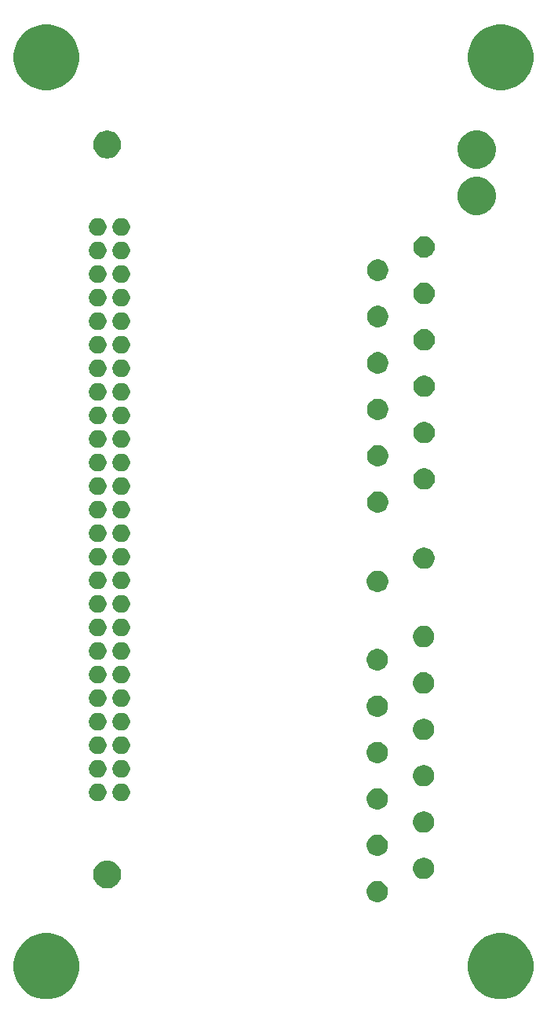
<source format=gbs>
G04 #@! TF.GenerationSoftware,KiCad,Pcbnew,5.0.2-bee76a0~70~ubuntu18.04.1*
G04 #@! TF.CreationDate,2019-05-29T18:19:34-05:00*
G04 #@! TF.ProjectId,ADAPTER_BOARD,41444150-5445-4525-9f42-4f4152442e6b,rev?*
G04 #@! TF.SameCoordinates,Original*
G04 #@! TF.FileFunction,Soldermask,Bot*
G04 #@! TF.FilePolarity,Negative*
%FSLAX46Y46*%
G04 Gerber Fmt 4.6, Leading zero omitted, Abs format (unit mm)*
G04 Created by KiCad (PCBNEW 5.0.2-bee76a0~70~ubuntu18.04.1) date Wed 29 May 2019 06:19:34 PM CDT*
%MOMM*%
%LPD*%
G01*
G04 APERTURE LIST*
%ADD10C,0.100000*%
G04 APERTURE END LIST*
D10*
G36*
X105035786Y-121585462D02*
X105035788Y-121585463D01*
X105035789Y-121585463D01*
X105682029Y-121853144D01*
X105682030Y-121853145D01*
X106263634Y-122241760D01*
X106758240Y-122736366D01*
X106758242Y-122736369D01*
X107146856Y-123317971D01*
X107414537Y-123964211D01*
X107551000Y-124650257D01*
X107551000Y-125349743D01*
X107414537Y-126035789D01*
X107146856Y-126682029D01*
X107146855Y-126682030D01*
X106758240Y-127263634D01*
X106263634Y-127758240D01*
X106263631Y-127758242D01*
X105682029Y-128146856D01*
X105035789Y-128414537D01*
X105035788Y-128414537D01*
X105035786Y-128414538D01*
X104349744Y-128551000D01*
X103650256Y-128551000D01*
X102964214Y-128414538D01*
X102964212Y-128414537D01*
X102964211Y-128414537D01*
X102317971Y-128146856D01*
X101736369Y-127758242D01*
X101736366Y-127758240D01*
X101241760Y-127263634D01*
X100853145Y-126682030D01*
X100853144Y-126682029D01*
X100585463Y-126035789D01*
X100449000Y-125349743D01*
X100449000Y-124650257D01*
X100585463Y-123964211D01*
X100853144Y-123317971D01*
X101241758Y-122736369D01*
X101241760Y-122736366D01*
X101736366Y-122241760D01*
X102317970Y-121853145D01*
X102317971Y-121853144D01*
X102964211Y-121585463D01*
X102964212Y-121585463D01*
X102964214Y-121585462D01*
X103650256Y-121449000D01*
X104349744Y-121449000D01*
X105035786Y-121585462D01*
X105035786Y-121585462D01*
G37*
G36*
X56035786Y-121585462D02*
X56035788Y-121585463D01*
X56035789Y-121585463D01*
X56682029Y-121853144D01*
X56682030Y-121853145D01*
X57263634Y-122241760D01*
X57758240Y-122736366D01*
X57758242Y-122736369D01*
X58146856Y-123317971D01*
X58414537Y-123964211D01*
X58551000Y-124650257D01*
X58551000Y-125349743D01*
X58414537Y-126035789D01*
X58146856Y-126682029D01*
X58146855Y-126682030D01*
X57758240Y-127263634D01*
X57263634Y-127758240D01*
X57263631Y-127758242D01*
X56682029Y-128146856D01*
X56035789Y-128414537D01*
X56035788Y-128414537D01*
X56035786Y-128414538D01*
X55349744Y-128551000D01*
X54650256Y-128551000D01*
X53964214Y-128414538D01*
X53964212Y-128414537D01*
X53964211Y-128414537D01*
X53317971Y-128146856D01*
X52736369Y-127758242D01*
X52736366Y-127758240D01*
X52241760Y-127263634D01*
X51853145Y-126682030D01*
X51853144Y-126682029D01*
X51585463Y-126035789D01*
X51449000Y-125349743D01*
X51449000Y-124650257D01*
X51585463Y-123964211D01*
X51853144Y-123317971D01*
X52241758Y-122736369D01*
X52241760Y-122736366D01*
X52736366Y-122241760D01*
X53317970Y-121853145D01*
X53317971Y-121853144D01*
X53964211Y-121585463D01*
X53964212Y-121585463D01*
X53964214Y-121585462D01*
X54650256Y-121449000D01*
X55349744Y-121449000D01*
X56035786Y-121585462D01*
X56035786Y-121585462D01*
G37*
G36*
X91035734Y-115843232D02*
X91245202Y-115929996D01*
X91433723Y-116055962D01*
X91594038Y-116216277D01*
X91720004Y-116404798D01*
X91806768Y-116614266D01*
X91851000Y-116836635D01*
X91851000Y-117063365D01*
X91806768Y-117285734D01*
X91720004Y-117495202D01*
X91594038Y-117683723D01*
X91433723Y-117844038D01*
X91245202Y-117970004D01*
X91035734Y-118056768D01*
X90813365Y-118101000D01*
X90586635Y-118101000D01*
X90364266Y-118056768D01*
X90154798Y-117970004D01*
X89966277Y-117844038D01*
X89805962Y-117683723D01*
X89679996Y-117495202D01*
X89593232Y-117285734D01*
X89549000Y-117063365D01*
X89549000Y-116836635D01*
X89593232Y-116614266D01*
X89679996Y-116404798D01*
X89805962Y-116216277D01*
X89966277Y-116055962D01*
X90154798Y-115929996D01*
X90364266Y-115843232D01*
X90586635Y-115799000D01*
X90813365Y-115799000D01*
X91035734Y-115843232D01*
X91035734Y-115843232D01*
G37*
G36*
X61842831Y-113637841D02*
X61987826Y-113666682D01*
X62100974Y-113713550D01*
X62260989Y-113779830D01*
X62506835Y-113944099D01*
X62715901Y-114153165D01*
X62880170Y-114399011D01*
X62993318Y-114672175D01*
X63051000Y-114962163D01*
X63051000Y-115257837D01*
X62993318Y-115547825D01*
X62880170Y-115820989D01*
X62715901Y-116066835D01*
X62506835Y-116275901D01*
X62260989Y-116440170D01*
X62100974Y-116506450D01*
X61987826Y-116553318D01*
X61842831Y-116582159D01*
X61697837Y-116611000D01*
X61402163Y-116611000D01*
X61257169Y-116582159D01*
X61112174Y-116553318D01*
X60999026Y-116506450D01*
X60839011Y-116440170D01*
X60593165Y-116275901D01*
X60384099Y-116066835D01*
X60219830Y-115820989D01*
X60106682Y-115547825D01*
X60049000Y-115257837D01*
X60049000Y-114962163D01*
X60106682Y-114672175D01*
X60219830Y-114399011D01*
X60384099Y-114153165D01*
X60593165Y-113944099D01*
X60839011Y-113779830D01*
X60999026Y-113713550D01*
X61112174Y-113666682D01*
X61257169Y-113637841D01*
X61402163Y-113609000D01*
X61697837Y-113609000D01*
X61842831Y-113637841D01*
X61842831Y-113637841D01*
G37*
G36*
X96035734Y-113343232D02*
X96245202Y-113429996D01*
X96433723Y-113555962D01*
X96594038Y-113716277D01*
X96720004Y-113904798D01*
X96806768Y-114114266D01*
X96851000Y-114336635D01*
X96851000Y-114563365D01*
X96806768Y-114785734D01*
X96720004Y-114995202D01*
X96594038Y-115183723D01*
X96433723Y-115344038D01*
X96245202Y-115470004D01*
X96035734Y-115556768D01*
X95813365Y-115601000D01*
X95586635Y-115601000D01*
X95364266Y-115556768D01*
X95154798Y-115470004D01*
X94966277Y-115344038D01*
X94805962Y-115183723D01*
X94679996Y-114995202D01*
X94593232Y-114785734D01*
X94549000Y-114563365D01*
X94549000Y-114336635D01*
X94593232Y-114114266D01*
X94679996Y-113904798D01*
X94805962Y-113716277D01*
X94966277Y-113555962D01*
X95154798Y-113429996D01*
X95364266Y-113343232D01*
X95586635Y-113299000D01*
X95813365Y-113299000D01*
X96035734Y-113343232D01*
X96035734Y-113343232D01*
G37*
G36*
X91035734Y-110843232D02*
X91245202Y-110929996D01*
X91433723Y-111055962D01*
X91594038Y-111216277D01*
X91720004Y-111404798D01*
X91806768Y-111614266D01*
X91851000Y-111836635D01*
X91851000Y-112063365D01*
X91806768Y-112285734D01*
X91720004Y-112495202D01*
X91594038Y-112683723D01*
X91433723Y-112844038D01*
X91245202Y-112970004D01*
X91035734Y-113056768D01*
X90813365Y-113101000D01*
X90586635Y-113101000D01*
X90364266Y-113056768D01*
X90154798Y-112970004D01*
X89966277Y-112844038D01*
X89805962Y-112683723D01*
X89679996Y-112495202D01*
X89593232Y-112285734D01*
X89549000Y-112063365D01*
X89549000Y-111836635D01*
X89593232Y-111614266D01*
X89679996Y-111404798D01*
X89805962Y-111216277D01*
X89966277Y-111055962D01*
X90154798Y-110929996D01*
X90364266Y-110843232D01*
X90586635Y-110799000D01*
X90813365Y-110799000D01*
X91035734Y-110843232D01*
X91035734Y-110843232D01*
G37*
G36*
X96035734Y-108343232D02*
X96245202Y-108429996D01*
X96433723Y-108555962D01*
X96594038Y-108716277D01*
X96720004Y-108904798D01*
X96806768Y-109114266D01*
X96851000Y-109336635D01*
X96851000Y-109563365D01*
X96806768Y-109785734D01*
X96720004Y-109995202D01*
X96594038Y-110183723D01*
X96433723Y-110344038D01*
X96245202Y-110470004D01*
X96035734Y-110556768D01*
X95813365Y-110601000D01*
X95586635Y-110601000D01*
X95364266Y-110556768D01*
X95154798Y-110470004D01*
X94966277Y-110344038D01*
X94805962Y-110183723D01*
X94679996Y-109995202D01*
X94593232Y-109785734D01*
X94549000Y-109563365D01*
X94549000Y-109336635D01*
X94593232Y-109114266D01*
X94679996Y-108904798D01*
X94805962Y-108716277D01*
X94966277Y-108555962D01*
X95154798Y-108429996D01*
X95364266Y-108343232D01*
X95586635Y-108299000D01*
X95813365Y-108299000D01*
X96035734Y-108343232D01*
X96035734Y-108343232D01*
G37*
G36*
X91035734Y-105843232D02*
X91245202Y-105929996D01*
X91433723Y-106055962D01*
X91594038Y-106216277D01*
X91720004Y-106404798D01*
X91806768Y-106614266D01*
X91851000Y-106836635D01*
X91851000Y-107063365D01*
X91806768Y-107285734D01*
X91720004Y-107495202D01*
X91594038Y-107683723D01*
X91433723Y-107844038D01*
X91245202Y-107970004D01*
X91035734Y-108056768D01*
X90813365Y-108101000D01*
X90586635Y-108101000D01*
X90364266Y-108056768D01*
X90154798Y-107970004D01*
X89966277Y-107844038D01*
X89805962Y-107683723D01*
X89679996Y-107495202D01*
X89593232Y-107285734D01*
X89549000Y-107063365D01*
X89549000Y-106836635D01*
X89593232Y-106614266D01*
X89679996Y-106404798D01*
X89805962Y-106216277D01*
X89966277Y-106055962D01*
X90154798Y-105929996D01*
X90364266Y-105843232D01*
X90586635Y-105799000D01*
X90813365Y-105799000D01*
X91035734Y-105843232D01*
X91035734Y-105843232D01*
G37*
G36*
X63347396Y-105345546D02*
X63520466Y-105417234D01*
X63676230Y-105521312D01*
X63808688Y-105653770D01*
X63912766Y-105809534D01*
X63984454Y-105982604D01*
X64021000Y-106166333D01*
X64021000Y-106353667D01*
X63984454Y-106537396D01*
X63912766Y-106710466D01*
X63808688Y-106866230D01*
X63676230Y-106998688D01*
X63520466Y-107102766D01*
X63347396Y-107174454D01*
X63163667Y-107211000D01*
X62976333Y-107211000D01*
X62792604Y-107174454D01*
X62619534Y-107102766D01*
X62463770Y-106998688D01*
X62331312Y-106866230D01*
X62227234Y-106710466D01*
X62155546Y-106537396D01*
X62119000Y-106353667D01*
X62119000Y-106166333D01*
X62155546Y-105982604D01*
X62227234Y-105809534D01*
X62331312Y-105653770D01*
X62463770Y-105521312D01*
X62619534Y-105417234D01*
X62792604Y-105345546D01*
X62976333Y-105309000D01*
X63163667Y-105309000D01*
X63347396Y-105345546D01*
X63347396Y-105345546D01*
G37*
G36*
X60807396Y-105345546D02*
X60980466Y-105417234D01*
X61136230Y-105521312D01*
X61268688Y-105653770D01*
X61372766Y-105809534D01*
X61444454Y-105982604D01*
X61481000Y-106166333D01*
X61481000Y-106353667D01*
X61444454Y-106537396D01*
X61372766Y-106710466D01*
X61268688Y-106866230D01*
X61136230Y-106998688D01*
X60980466Y-107102766D01*
X60807396Y-107174454D01*
X60623667Y-107211000D01*
X60436333Y-107211000D01*
X60252604Y-107174454D01*
X60079534Y-107102766D01*
X59923770Y-106998688D01*
X59791312Y-106866230D01*
X59687234Y-106710466D01*
X59615546Y-106537396D01*
X59579000Y-106353667D01*
X59579000Y-106166333D01*
X59615546Y-105982604D01*
X59687234Y-105809534D01*
X59791312Y-105653770D01*
X59923770Y-105521312D01*
X60079534Y-105417234D01*
X60252604Y-105345546D01*
X60436333Y-105309000D01*
X60623667Y-105309000D01*
X60807396Y-105345546D01*
X60807396Y-105345546D01*
G37*
G36*
X96035734Y-103343232D02*
X96245202Y-103429996D01*
X96433723Y-103555962D01*
X96594038Y-103716277D01*
X96720004Y-103904798D01*
X96806768Y-104114266D01*
X96851000Y-104336635D01*
X96851000Y-104563365D01*
X96806768Y-104785734D01*
X96720004Y-104995202D01*
X96594038Y-105183723D01*
X96433723Y-105344038D01*
X96245202Y-105470004D01*
X96035734Y-105556768D01*
X95813365Y-105601000D01*
X95586635Y-105601000D01*
X95364266Y-105556768D01*
X95154798Y-105470004D01*
X94966277Y-105344038D01*
X94805962Y-105183723D01*
X94679996Y-104995202D01*
X94593232Y-104785734D01*
X94549000Y-104563365D01*
X94549000Y-104336635D01*
X94593232Y-104114266D01*
X94679996Y-103904798D01*
X94805962Y-103716277D01*
X94966277Y-103555962D01*
X95154798Y-103429996D01*
X95364266Y-103343232D01*
X95586635Y-103299000D01*
X95813365Y-103299000D01*
X96035734Y-103343232D01*
X96035734Y-103343232D01*
G37*
G36*
X60807396Y-102805546D02*
X60980466Y-102877234D01*
X61136230Y-102981312D01*
X61268688Y-103113770D01*
X61372766Y-103269534D01*
X61444454Y-103442604D01*
X61481000Y-103626333D01*
X61481000Y-103813667D01*
X61444454Y-103997396D01*
X61372766Y-104170466D01*
X61268688Y-104326230D01*
X61136230Y-104458688D01*
X60980466Y-104562766D01*
X60807396Y-104634454D01*
X60623667Y-104671000D01*
X60436333Y-104671000D01*
X60252604Y-104634454D01*
X60079534Y-104562766D01*
X59923770Y-104458688D01*
X59791312Y-104326230D01*
X59687234Y-104170466D01*
X59615546Y-103997396D01*
X59579000Y-103813667D01*
X59579000Y-103626333D01*
X59615546Y-103442604D01*
X59687234Y-103269534D01*
X59791312Y-103113770D01*
X59923770Y-102981312D01*
X60079534Y-102877234D01*
X60252604Y-102805546D01*
X60436333Y-102769000D01*
X60623667Y-102769000D01*
X60807396Y-102805546D01*
X60807396Y-102805546D01*
G37*
G36*
X63347396Y-102805546D02*
X63520466Y-102877234D01*
X63676230Y-102981312D01*
X63808688Y-103113770D01*
X63912766Y-103269534D01*
X63984454Y-103442604D01*
X64021000Y-103626333D01*
X64021000Y-103813667D01*
X63984454Y-103997396D01*
X63912766Y-104170466D01*
X63808688Y-104326230D01*
X63676230Y-104458688D01*
X63520466Y-104562766D01*
X63347396Y-104634454D01*
X63163667Y-104671000D01*
X62976333Y-104671000D01*
X62792604Y-104634454D01*
X62619534Y-104562766D01*
X62463770Y-104458688D01*
X62331312Y-104326230D01*
X62227234Y-104170466D01*
X62155546Y-103997396D01*
X62119000Y-103813667D01*
X62119000Y-103626333D01*
X62155546Y-103442604D01*
X62227234Y-103269534D01*
X62331312Y-103113770D01*
X62463770Y-102981312D01*
X62619534Y-102877234D01*
X62792604Y-102805546D01*
X62976333Y-102769000D01*
X63163667Y-102769000D01*
X63347396Y-102805546D01*
X63347396Y-102805546D01*
G37*
G36*
X91035734Y-100843232D02*
X91245202Y-100929996D01*
X91433723Y-101055962D01*
X91594038Y-101216277D01*
X91720004Y-101404798D01*
X91806768Y-101614266D01*
X91851000Y-101836635D01*
X91851000Y-102063365D01*
X91806768Y-102285734D01*
X91720004Y-102495202D01*
X91594038Y-102683723D01*
X91433723Y-102844038D01*
X91245202Y-102970004D01*
X91035734Y-103056768D01*
X90813365Y-103101000D01*
X90586635Y-103101000D01*
X90364266Y-103056768D01*
X90154798Y-102970004D01*
X89966277Y-102844038D01*
X89805962Y-102683723D01*
X89679996Y-102495202D01*
X89593232Y-102285734D01*
X89549000Y-102063365D01*
X89549000Y-101836635D01*
X89593232Y-101614266D01*
X89679996Y-101404798D01*
X89805962Y-101216277D01*
X89966277Y-101055962D01*
X90154798Y-100929996D01*
X90364266Y-100843232D01*
X90586635Y-100799000D01*
X90813365Y-100799000D01*
X91035734Y-100843232D01*
X91035734Y-100843232D01*
G37*
G36*
X63347396Y-100265546D02*
X63520466Y-100337234D01*
X63676230Y-100441312D01*
X63808688Y-100573770D01*
X63912766Y-100729534D01*
X63984454Y-100902604D01*
X64021000Y-101086333D01*
X64021000Y-101273667D01*
X63984454Y-101457396D01*
X63912766Y-101630466D01*
X63808688Y-101786230D01*
X63676230Y-101918688D01*
X63520466Y-102022766D01*
X63347396Y-102094454D01*
X63163667Y-102131000D01*
X62976333Y-102131000D01*
X62792604Y-102094454D01*
X62619534Y-102022766D01*
X62463770Y-101918688D01*
X62331312Y-101786230D01*
X62227234Y-101630466D01*
X62155546Y-101457396D01*
X62119000Y-101273667D01*
X62119000Y-101086333D01*
X62155546Y-100902604D01*
X62227234Y-100729534D01*
X62331312Y-100573770D01*
X62463770Y-100441312D01*
X62619534Y-100337234D01*
X62792604Y-100265546D01*
X62976333Y-100229000D01*
X63163667Y-100229000D01*
X63347396Y-100265546D01*
X63347396Y-100265546D01*
G37*
G36*
X60807396Y-100265546D02*
X60980466Y-100337234D01*
X61136230Y-100441312D01*
X61268688Y-100573770D01*
X61372766Y-100729534D01*
X61444454Y-100902604D01*
X61481000Y-101086333D01*
X61481000Y-101273667D01*
X61444454Y-101457396D01*
X61372766Y-101630466D01*
X61268688Y-101786230D01*
X61136230Y-101918688D01*
X60980466Y-102022766D01*
X60807396Y-102094454D01*
X60623667Y-102131000D01*
X60436333Y-102131000D01*
X60252604Y-102094454D01*
X60079534Y-102022766D01*
X59923770Y-101918688D01*
X59791312Y-101786230D01*
X59687234Y-101630466D01*
X59615546Y-101457396D01*
X59579000Y-101273667D01*
X59579000Y-101086333D01*
X59615546Y-100902604D01*
X59687234Y-100729534D01*
X59791312Y-100573770D01*
X59923770Y-100441312D01*
X60079534Y-100337234D01*
X60252604Y-100265546D01*
X60436333Y-100229000D01*
X60623667Y-100229000D01*
X60807396Y-100265546D01*
X60807396Y-100265546D01*
G37*
G36*
X96035734Y-98343232D02*
X96245202Y-98429996D01*
X96433723Y-98555962D01*
X96594038Y-98716277D01*
X96720004Y-98904798D01*
X96806768Y-99114266D01*
X96851000Y-99336635D01*
X96851000Y-99563365D01*
X96806768Y-99785734D01*
X96720004Y-99995202D01*
X96594038Y-100183723D01*
X96433723Y-100344038D01*
X96245202Y-100470004D01*
X96035734Y-100556768D01*
X95813365Y-100601000D01*
X95586635Y-100601000D01*
X95364266Y-100556768D01*
X95154798Y-100470004D01*
X94966277Y-100344038D01*
X94805962Y-100183723D01*
X94679996Y-99995202D01*
X94593232Y-99785734D01*
X94549000Y-99563365D01*
X94549000Y-99336635D01*
X94593232Y-99114266D01*
X94679996Y-98904798D01*
X94805962Y-98716277D01*
X94966277Y-98555962D01*
X95154798Y-98429996D01*
X95364266Y-98343232D01*
X95586635Y-98299000D01*
X95813365Y-98299000D01*
X96035734Y-98343232D01*
X96035734Y-98343232D01*
G37*
G36*
X63347396Y-97725546D02*
X63520466Y-97797234D01*
X63676230Y-97901312D01*
X63808688Y-98033770D01*
X63912766Y-98189534D01*
X63984454Y-98362604D01*
X64021000Y-98546333D01*
X64021000Y-98733667D01*
X63984454Y-98917396D01*
X63912766Y-99090466D01*
X63808688Y-99246230D01*
X63676230Y-99378688D01*
X63520466Y-99482766D01*
X63347396Y-99554454D01*
X63163667Y-99591000D01*
X62976333Y-99591000D01*
X62792604Y-99554454D01*
X62619534Y-99482766D01*
X62463770Y-99378688D01*
X62331312Y-99246230D01*
X62227234Y-99090466D01*
X62155546Y-98917396D01*
X62119000Y-98733667D01*
X62119000Y-98546333D01*
X62155546Y-98362604D01*
X62227234Y-98189534D01*
X62331312Y-98033770D01*
X62463770Y-97901312D01*
X62619534Y-97797234D01*
X62792604Y-97725546D01*
X62976333Y-97689000D01*
X63163667Y-97689000D01*
X63347396Y-97725546D01*
X63347396Y-97725546D01*
G37*
G36*
X60807396Y-97725546D02*
X60980466Y-97797234D01*
X61136230Y-97901312D01*
X61268688Y-98033770D01*
X61372766Y-98189534D01*
X61444454Y-98362604D01*
X61481000Y-98546333D01*
X61481000Y-98733667D01*
X61444454Y-98917396D01*
X61372766Y-99090466D01*
X61268688Y-99246230D01*
X61136230Y-99378688D01*
X60980466Y-99482766D01*
X60807396Y-99554454D01*
X60623667Y-99591000D01*
X60436333Y-99591000D01*
X60252604Y-99554454D01*
X60079534Y-99482766D01*
X59923770Y-99378688D01*
X59791312Y-99246230D01*
X59687234Y-99090466D01*
X59615546Y-98917396D01*
X59579000Y-98733667D01*
X59579000Y-98546333D01*
X59615546Y-98362604D01*
X59687234Y-98189534D01*
X59791312Y-98033770D01*
X59923770Y-97901312D01*
X60079534Y-97797234D01*
X60252604Y-97725546D01*
X60436333Y-97689000D01*
X60623667Y-97689000D01*
X60807396Y-97725546D01*
X60807396Y-97725546D01*
G37*
G36*
X91035734Y-95843232D02*
X91245202Y-95929996D01*
X91433723Y-96055962D01*
X91594038Y-96216277D01*
X91720004Y-96404798D01*
X91806768Y-96614266D01*
X91851000Y-96836635D01*
X91851000Y-97063365D01*
X91806768Y-97285734D01*
X91720004Y-97495202D01*
X91594038Y-97683723D01*
X91433723Y-97844038D01*
X91245202Y-97970004D01*
X91035734Y-98056768D01*
X90813365Y-98101000D01*
X90586635Y-98101000D01*
X90364266Y-98056768D01*
X90154798Y-97970004D01*
X89966277Y-97844038D01*
X89805962Y-97683723D01*
X89679996Y-97495202D01*
X89593232Y-97285734D01*
X89549000Y-97063365D01*
X89549000Y-96836635D01*
X89593232Y-96614266D01*
X89679996Y-96404798D01*
X89805962Y-96216277D01*
X89966277Y-96055962D01*
X90154798Y-95929996D01*
X90364266Y-95843232D01*
X90586635Y-95799000D01*
X90813365Y-95799000D01*
X91035734Y-95843232D01*
X91035734Y-95843232D01*
G37*
G36*
X60807396Y-95185546D02*
X60980466Y-95257234D01*
X61136230Y-95361312D01*
X61268688Y-95493770D01*
X61372766Y-95649534D01*
X61444454Y-95822604D01*
X61481000Y-96006333D01*
X61481000Y-96193667D01*
X61444454Y-96377396D01*
X61372766Y-96550466D01*
X61268688Y-96706230D01*
X61136230Y-96838688D01*
X60980466Y-96942766D01*
X60807396Y-97014454D01*
X60623667Y-97051000D01*
X60436333Y-97051000D01*
X60252604Y-97014454D01*
X60079534Y-96942766D01*
X59923770Y-96838688D01*
X59791312Y-96706230D01*
X59687234Y-96550466D01*
X59615546Y-96377396D01*
X59579000Y-96193667D01*
X59579000Y-96006333D01*
X59615546Y-95822604D01*
X59687234Y-95649534D01*
X59791312Y-95493770D01*
X59923770Y-95361312D01*
X60079534Y-95257234D01*
X60252604Y-95185546D01*
X60436333Y-95149000D01*
X60623667Y-95149000D01*
X60807396Y-95185546D01*
X60807396Y-95185546D01*
G37*
G36*
X63347396Y-95185546D02*
X63520466Y-95257234D01*
X63676230Y-95361312D01*
X63808688Y-95493770D01*
X63912766Y-95649534D01*
X63984454Y-95822604D01*
X64021000Y-96006333D01*
X64021000Y-96193667D01*
X63984454Y-96377396D01*
X63912766Y-96550466D01*
X63808688Y-96706230D01*
X63676230Y-96838688D01*
X63520466Y-96942766D01*
X63347396Y-97014454D01*
X63163667Y-97051000D01*
X62976333Y-97051000D01*
X62792604Y-97014454D01*
X62619534Y-96942766D01*
X62463770Y-96838688D01*
X62331312Y-96706230D01*
X62227234Y-96550466D01*
X62155546Y-96377396D01*
X62119000Y-96193667D01*
X62119000Y-96006333D01*
X62155546Y-95822604D01*
X62227234Y-95649534D01*
X62331312Y-95493770D01*
X62463770Y-95361312D01*
X62619534Y-95257234D01*
X62792604Y-95185546D01*
X62976333Y-95149000D01*
X63163667Y-95149000D01*
X63347396Y-95185546D01*
X63347396Y-95185546D01*
G37*
G36*
X96035734Y-93343232D02*
X96245202Y-93429996D01*
X96433723Y-93555962D01*
X96594038Y-93716277D01*
X96720004Y-93904798D01*
X96806768Y-94114266D01*
X96851000Y-94336635D01*
X96851000Y-94563365D01*
X96806768Y-94785734D01*
X96720004Y-94995202D01*
X96594038Y-95183723D01*
X96433723Y-95344038D01*
X96245202Y-95470004D01*
X96035734Y-95556768D01*
X95813365Y-95601000D01*
X95586635Y-95601000D01*
X95364266Y-95556768D01*
X95154798Y-95470004D01*
X94966277Y-95344038D01*
X94805962Y-95183723D01*
X94679996Y-94995202D01*
X94593232Y-94785734D01*
X94549000Y-94563365D01*
X94549000Y-94336635D01*
X94593232Y-94114266D01*
X94679996Y-93904798D01*
X94805962Y-93716277D01*
X94966277Y-93555962D01*
X95154798Y-93429996D01*
X95364266Y-93343232D01*
X95586635Y-93299000D01*
X95813365Y-93299000D01*
X96035734Y-93343232D01*
X96035734Y-93343232D01*
G37*
G36*
X63347396Y-92645546D02*
X63520466Y-92717234D01*
X63676230Y-92821312D01*
X63808688Y-92953770D01*
X63912766Y-93109534D01*
X63984454Y-93282604D01*
X64021000Y-93466333D01*
X64021000Y-93653667D01*
X63984454Y-93837396D01*
X63912766Y-94010466D01*
X63808688Y-94166230D01*
X63676230Y-94298688D01*
X63520466Y-94402766D01*
X63347396Y-94474454D01*
X63163667Y-94511000D01*
X62976333Y-94511000D01*
X62792604Y-94474454D01*
X62619534Y-94402766D01*
X62463770Y-94298688D01*
X62331312Y-94166230D01*
X62227234Y-94010466D01*
X62155546Y-93837396D01*
X62119000Y-93653667D01*
X62119000Y-93466333D01*
X62155546Y-93282604D01*
X62227234Y-93109534D01*
X62331312Y-92953770D01*
X62463770Y-92821312D01*
X62619534Y-92717234D01*
X62792604Y-92645546D01*
X62976333Y-92609000D01*
X63163667Y-92609000D01*
X63347396Y-92645546D01*
X63347396Y-92645546D01*
G37*
G36*
X60807396Y-92645546D02*
X60980466Y-92717234D01*
X61136230Y-92821312D01*
X61268688Y-92953770D01*
X61372766Y-93109534D01*
X61444454Y-93282604D01*
X61481000Y-93466333D01*
X61481000Y-93653667D01*
X61444454Y-93837396D01*
X61372766Y-94010466D01*
X61268688Y-94166230D01*
X61136230Y-94298688D01*
X60980466Y-94402766D01*
X60807396Y-94474454D01*
X60623667Y-94511000D01*
X60436333Y-94511000D01*
X60252604Y-94474454D01*
X60079534Y-94402766D01*
X59923770Y-94298688D01*
X59791312Y-94166230D01*
X59687234Y-94010466D01*
X59615546Y-93837396D01*
X59579000Y-93653667D01*
X59579000Y-93466333D01*
X59615546Y-93282604D01*
X59687234Y-93109534D01*
X59791312Y-92953770D01*
X59923770Y-92821312D01*
X60079534Y-92717234D01*
X60252604Y-92645546D01*
X60436333Y-92609000D01*
X60623667Y-92609000D01*
X60807396Y-92645546D01*
X60807396Y-92645546D01*
G37*
G36*
X91035734Y-90843232D02*
X91245202Y-90929996D01*
X91433723Y-91055962D01*
X91594038Y-91216277D01*
X91720004Y-91404798D01*
X91806768Y-91614266D01*
X91851000Y-91836635D01*
X91851000Y-92063365D01*
X91806768Y-92285734D01*
X91720004Y-92495202D01*
X91594038Y-92683723D01*
X91433723Y-92844038D01*
X91245202Y-92970004D01*
X91035734Y-93056768D01*
X90813365Y-93101000D01*
X90586635Y-93101000D01*
X90364266Y-93056768D01*
X90154798Y-92970004D01*
X89966277Y-92844038D01*
X89805962Y-92683723D01*
X89679996Y-92495202D01*
X89593232Y-92285734D01*
X89549000Y-92063365D01*
X89549000Y-91836635D01*
X89593232Y-91614266D01*
X89679996Y-91404798D01*
X89805962Y-91216277D01*
X89966277Y-91055962D01*
X90154798Y-90929996D01*
X90364266Y-90843232D01*
X90586635Y-90799000D01*
X90813365Y-90799000D01*
X91035734Y-90843232D01*
X91035734Y-90843232D01*
G37*
G36*
X63347396Y-90105546D02*
X63520466Y-90177234D01*
X63676230Y-90281312D01*
X63808688Y-90413770D01*
X63912766Y-90569534D01*
X63984454Y-90742604D01*
X64021000Y-90926333D01*
X64021000Y-91113667D01*
X63984454Y-91297396D01*
X63912766Y-91470466D01*
X63808688Y-91626230D01*
X63676230Y-91758688D01*
X63520466Y-91862766D01*
X63347396Y-91934454D01*
X63163667Y-91971000D01*
X62976333Y-91971000D01*
X62792604Y-91934454D01*
X62619534Y-91862766D01*
X62463770Y-91758688D01*
X62331312Y-91626230D01*
X62227234Y-91470466D01*
X62155546Y-91297396D01*
X62119000Y-91113667D01*
X62119000Y-90926333D01*
X62155546Y-90742604D01*
X62227234Y-90569534D01*
X62331312Y-90413770D01*
X62463770Y-90281312D01*
X62619534Y-90177234D01*
X62792604Y-90105546D01*
X62976333Y-90069000D01*
X63163667Y-90069000D01*
X63347396Y-90105546D01*
X63347396Y-90105546D01*
G37*
G36*
X60807396Y-90105546D02*
X60980466Y-90177234D01*
X61136230Y-90281312D01*
X61268688Y-90413770D01*
X61372766Y-90569534D01*
X61444454Y-90742604D01*
X61481000Y-90926333D01*
X61481000Y-91113667D01*
X61444454Y-91297396D01*
X61372766Y-91470466D01*
X61268688Y-91626230D01*
X61136230Y-91758688D01*
X60980466Y-91862766D01*
X60807396Y-91934454D01*
X60623667Y-91971000D01*
X60436333Y-91971000D01*
X60252604Y-91934454D01*
X60079534Y-91862766D01*
X59923770Y-91758688D01*
X59791312Y-91626230D01*
X59687234Y-91470466D01*
X59615546Y-91297396D01*
X59579000Y-91113667D01*
X59579000Y-90926333D01*
X59615546Y-90742604D01*
X59687234Y-90569534D01*
X59791312Y-90413770D01*
X59923770Y-90281312D01*
X60079534Y-90177234D01*
X60252604Y-90105546D01*
X60436333Y-90069000D01*
X60623667Y-90069000D01*
X60807396Y-90105546D01*
X60807396Y-90105546D01*
G37*
G36*
X96035734Y-88343232D02*
X96245202Y-88429996D01*
X96433723Y-88555962D01*
X96594038Y-88716277D01*
X96720004Y-88904798D01*
X96806768Y-89114266D01*
X96851000Y-89336635D01*
X96851000Y-89563365D01*
X96806768Y-89785734D01*
X96720004Y-89995202D01*
X96594038Y-90183723D01*
X96433723Y-90344038D01*
X96245202Y-90470004D01*
X96035734Y-90556768D01*
X95813365Y-90601000D01*
X95586635Y-90601000D01*
X95364266Y-90556768D01*
X95154798Y-90470004D01*
X94966277Y-90344038D01*
X94805962Y-90183723D01*
X94679996Y-89995202D01*
X94593232Y-89785734D01*
X94549000Y-89563365D01*
X94549000Y-89336635D01*
X94593232Y-89114266D01*
X94679996Y-88904798D01*
X94805962Y-88716277D01*
X94966277Y-88555962D01*
X95154798Y-88429996D01*
X95364266Y-88343232D01*
X95586635Y-88299000D01*
X95813365Y-88299000D01*
X96035734Y-88343232D01*
X96035734Y-88343232D01*
G37*
G36*
X63347396Y-87565546D02*
X63520466Y-87637234D01*
X63676230Y-87741312D01*
X63808688Y-87873770D01*
X63912766Y-88029534D01*
X63984454Y-88202604D01*
X64021000Y-88386333D01*
X64021000Y-88573667D01*
X63984454Y-88757396D01*
X63912766Y-88930466D01*
X63808688Y-89086230D01*
X63676230Y-89218688D01*
X63520466Y-89322766D01*
X63347396Y-89394454D01*
X63163667Y-89431000D01*
X62976333Y-89431000D01*
X62792604Y-89394454D01*
X62619534Y-89322766D01*
X62463770Y-89218688D01*
X62331312Y-89086230D01*
X62227234Y-88930466D01*
X62155546Y-88757396D01*
X62119000Y-88573667D01*
X62119000Y-88386333D01*
X62155546Y-88202604D01*
X62227234Y-88029534D01*
X62331312Y-87873770D01*
X62463770Y-87741312D01*
X62619534Y-87637234D01*
X62792604Y-87565546D01*
X62976333Y-87529000D01*
X63163667Y-87529000D01*
X63347396Y-87565546D01*
X63347396Y-87565546D01*
G37*
G36*
X60807396Y-87565546D02*
X60980466Y-87637234D01*
X61136230Y-87741312D01*
X61268688Y-87873770D01*
X61372766Y-88029534D01*
X61444454Y-88202604D01*
X61481000Y-88386333D01*
X61481000Y-88573667D01*
X61444454Y-88757396D01*
X61372766Y-88930466D01*
X61268688Y-89086230D01*
X61136230Y-89218688D01*
X60980466Y-89322766D01*
X60807396Y-89394454D01*
X60623667Y-89431000D01*
X60436333Y-89431000D01*
X60252604Y-89394454D01*
X60079534Y-89322766D01*
X59923770Y-89218688D01*
X59791312Y-89086230D01*
X59687234Y-88930466D01*
X59615546Y-88757396D01*
X59579000Y-88573667D01*
X59579000Y-88386333D01*
X59615546Y-88202604D01*
X59687234Y-88029534D01*
X59791312Y-87873770D01*
X59923770Y-87741312D01*
X60079534Y-87637234D01*
X60252604Y-87565546D01*
X60436333Y-87529000D01*
X60623667Y-87529000D01*
X60807396Y-87565546D01*
X60807396Y-87565546D01*
G37*
G36*
X60807396Y-85025546D02*
X60980466Y-85097234D01*
X61136230Y-85201312D01*
X61268688Y-85333770D01*
X61372766Y-85489534D01*
X61444454Y-85662604D01*
X61481000Y-85846333D01*
X61481000Y-86033667D01*
X61444454Y-86217396D01*
X61372766Y-86390466D01*
X61268688Y-86546230D01*
X61136230Y-86678688D01*
X60980466Y-86782766D01*
X60807396Y-86854454D01*
X60623667Y-86891000D01*
X60436333Y-86891000D01*
X60252604Y-86854454D01*
X60079534Y-86782766D01*
X59923770Y-86678688D01*
X59791312Y-86546230D01*
X59687234Y-86390466D01*
X59615546Y-86217396D01*
X59579000Y-86033667D01*
X59579000Y-85846333D01*
X59615546Y-85662604D01*
X59687234Y-85489534D01*
X59791312Y-85333770D01*
X59923770Y-85201312D01*
X60079534Y-85097234D01*
X60252604Y-85025546D01*
X60436333Y-84989000D01*
X60623667Y-84989000D01*
X60807396Y-85025546D01*
X60807396Y-85025546D01*
G37*
G36*
X63347396Y-85025546D02*
X63520466Y-85097234D01*
X63676230Y-85201312D01*
X63808688Y-85333770D01*
X63912766Y-85489534D01*
X63984454Y-85662604D01*
X64021000Y-85846333D01*
X64021000Y-86033667D01*
X63984454Y-86217396D01*
X63912766Y-86390466D01*
X63808688Y-86546230D01*
X63676230Y-86678688D01*
X63520466Y-86782766D01*
X63347396Y-86854454D01*
X63163667Y-86891000D01*
X62976333Y-86891000D01*
X62792604Y-86854454D01*
X62619534Y-86782766D01*
X62463770Y-86678688D01*
X62331312Y-86546230D01*
X62227234Y-86390466D01*
X62155546Y-86217396D01*
X62119000Y-86033667D01*
X62119000Y-85846333D01*
X62155546Y-85662604D01*
X62227234Y-85489534D01*
X62331312Y-85333770D01*
X62463770Y-85201312D01*
X62619534Y-85097234D01*
X62792604Y-85025546D01*
X62976333Y-84989000D01*
X63163667Y-84989000D01*
X63347396Y-85025546D01*
X63347396Y-85025546D01*
G37*
G36*
X91055734Y-82393232D02*
X91265202Y-82479996D01*
X91453723Y-82605962D01*
X91614038Y-82766277D01*
X91740004Y-82954798D01*
X91826768Y-83164266D01*
X91871000Y-83386635D01*
X91871000Y-83613365D01*
X91826768Y-83835734D01*
X91740004Y-84045202D01*
X91614038Y-84233723D01*
X91453723Y-84394038D01*
X91265202Y-84520004D01*
X91055734Y-84606768D01*
X90833365Y-84651000D01*
X90606635Y-84651000D01*
X90384266Y-84606768D01*
X90174798Y-84520004D01*
X89986277Y-84394038D01*
X89825962Y-84233723D01*
X89699996Y-84045202D01*
X89613232Y-83835734D01*
X89569000Y-83613365D01*
X89569000Y-83386635D01*
X89613232Y-83164266D01*
X89699996Y-82954798D01*
X89825962Y-82766277D01*
X89986277Y-82605962D01*
X90174798Y-82479996D01*
X90384266Y-82393232D01*
X90606635Y-82349000D01*
X90833365Y-82349000D01*
X91055734Y-82393232D01*
X91055734Y-82393232D01*
G37*
G36*
X63347396Y-82485546D02*
X63520466Y-82557234D01*
X63676230Y-82661312D01*
X63808688Y-82793770D01*
X63912766Y-82949534D01*
X63984454Y-83122604D01*
X64021000Y-83306333D01*
X64021000Y-83493667D01*
X63984454Y-83677396D01*
X63912766Y-83850466D01*
X63808688Y-84006230D01*
X63676230Y-84138688D01*
X63520466Y-84242766D01*
X63347396Y-84314454D01*
X63163667Y-84351000D01*
X62976333Y-84351000D01*
X62792604Y-84314454D01*
X62619534Y-84242766D01*
X62463770Y-84138688D01*
X62331312Y-84006230D01*
X62227234Y-83850466D01*
X62155546Y-83677396D01*
X62119000Y-83493667D01*
X62119000Y-83306333D01*
X62155546Y-83122604D01*
X62227234Y-82949534D01*
X62331312Y-82793770D01*
X62463770Y-82661312D01*
X62619534Y-82557234D01*
X62792604Y-82485546D01*
X62976333Y-82449000D01*
X63163667Y-82449000D01*
X63347396Y-82485546D01*
X63347396Y-82485546D01*
G37*
G36*
X60807396Y-82485546D02*
X60980466Y-82557234D01*
X61136230Y-82661312D01*
X61268688Y-82793770D01*
X61372766Y-82949534D01*
X61444454Y-83122604D01*
X61481000Y-83306333D01*
X61481000Y-83493667D01*
X61444454Y-83677396D01*
X61372766Y-83850466D01*
X61268688Y-84006230D01*
X61136230Y-84138688D01*
X60980466Y-84242766D01*
X60807396Y-84314454D01*
X60623667Y-84351000D01*
X60436333Y-84351000D01*
X60252604Y-84314454D01*
X60079534Y-84242766D01*
X59923770Y-84138688D01*
X59791312Y-84006230D01*
X59687234Y-83850466D01*
X59615546Y-83677396D01*
X59579000Y-83493667D01*
X59579000Y-83306333D01*
X59615546Y-83122604D01*
X59687234Y-82949534D01*
X59791312Y-82793770D01*
X59923770Y-82661312D01*
X60079534Y-82557234D01*
X60252604Y-82485546D01*
X60436333Y-82449000D01*
X60623667Y-82449000D01*
X60807396Y-82485546D01*
X60807396Y-82485546D01*
G37*
G36*
X96055734Y-79893232D02*
X96265202Y-79979996D01*
X96453723Y-80105962D01*
X96614038Y-80266277D01*
X96740004Y-80454798D01*
X96826768Y-80664266D01*
X96871000Y-80886635D01*
X96871000Y-81113365D01*
X96826768Y-81335734D01*
X96740004Y-81545202D01*
X96614038Y-81733723D01*
X96453723Y-81894038D01*
X96265202Y-82020004D01*
X96055734Y-82106768D01*
X95833365Y-82151000D01*
X95606635Y-82151000D01*
X95384266Y-82106768D01*
X95174798Y-82020004D01*
X94986277Y-81894038D01*
X94825962Y-81733723D01*
X94699996Y-81545202D01*
X94613232Y-81335734D01*
X94569000Y-81113365D01*
X94569000Y-80886635D01*
X94613232Y-80664266D01*
X94699996Y-80454798D01*
X94825962Y-80266277D01*
X94986277Y-80105962D01*
X95174798Y-79979996D01*
X95384266Y-79893232D01*
X95606635Y-79849000D01*
X95833365Y-79849000D01*
X96055734Y-79893232D01*
X96055734Y-79893232D01*
G37*
G36*
X60807396Y-79945546D02*
X60980466Y-80017234D01*
X61136230Y-80121312D01*
X61268688Y-80253770D01*
X61372766Y-80409534D01*
X61444454Y-80582604D01*
X61481000Y-80766333D01*
X61481000Y-80953667D01*
X61444454Y-81137396D01*
X61372766Y-81310466D01*
X61268688Y-81466230D01*
X61136230Y-81598688D01*
X60980466Y-81702766D01*
X60807396Y-81774454D01*
X60623667Y-81811000D01*
X60436333Y-81811000D01*
X60252604Y-81774454D01*
X60079534Y-81702766D01*
X59923770Y-81598688D01*
X59791312Y-81466230D01*
X59687234Y-81310466D01*
X59615546Y-81137396D01*
X59579000Y-80953667D01*
X59579000Y-80766333D01*
X59615546Y-80582604D01*
X59687234Y-80409534D01*
X59791312Y-80253770D01*
X59923770Y-80121312D01*
X60079534Y-80017234D01*
X60252604Y-79945546D01*
X60436333Y-79909000D01*
X60623667Y-79909000D01*
X60807396Y-79945546D01*
X60807396Y-79945546D01*
G37*
G36*
X63347396Y-79945546D02*
X63520466Y-80017234D01*
X63676230Y-80121312D01*
X63808688Y-80253770D01*
X63912766Y-80409534D01*
X63984454Y-80582604D01*
X64021000Y-80766333D01*
X64021000Y-80953667D01*
X63984454Y-81137396D01*
X63912766Y-81310466D01*
X63808688Y-81466230D01*
X63676230Y-81598688D01*
X63520466Y-81702766D01*
X63347396Y-81774454D01*
X63163667Y-81811000D01*
X62976333Y-81811000D01*
X62792604Y-81774454D01*
X62619534Y-81702766D01*
X62463770Y-81598688D01*
X62331312Y-81466230D01*
X62227234Y-81310466D01*
X62155546Y-81137396D01*
X62119000Y-80953667D01*
X62119000Y-80766333D01*
X62155546Y-80582604D01*
X62227234Y-80409534D01*
X62331312Y-80253770D01*
X62463770Y-80121312D01*
X62619534Y-80017234D01*
X62792604Y-79945546D01*
X62976333Y-79909000D01*
X63163667Y-79909000D01*
X63347396Y-79945546D01*
X63347396Y-79945546D01*
G37*
G36*
X60807396Y-77405546D02*
X60980466Y-77477234D01*
X61136230Y-77581312D01*
X61268688Y-77713770D01*
X61372766Y-77869534D01*
X61444454Y-78042604D01*
X61481000Y-78226333D01*
X61481000Y-78413667D01*
X61444454Y-78597396D01*
X61372766Y-78770466D01*
X61268688Y-78926230D01*
X61136230Y-79058688D01*
X60980466Y-79162766D01*
X60807396Y-79234454D01*
X60623667Y-79271000D01*
X60436333Y-79271000D01*
X60252604Y-79234454D01*
X60079534Y-79162766D01*
X59923770Y-79058688D01*
X59791312Y-78926230D01*
X59687234Y-78770466D01*
X59615546Y-78597396D01*
X59579000Y-78413667D01*
X59579000Y-78226333D01*
X59615546Y-78042604D01*
X59687234Y-77869534D01*
X59791312Y-77713770D01*
X59923770Y-77581312D01*
X60079534Y-77477234D01*
X60252604Y-77405546D01*
X60436333Y-77369000D01*
X60623667Y-77369000D01*
X60807396Y-77405546D01*
X60807396Y-77405546D01*
G37*
G36*
X63347396Y-77405546D02*
X63520466Y-77477234D01*
X63676230Y-77581312D01*
X63808688Y-77713770D01*
X63912766Y-77869534D01*
X63984454Y-78042604D01*
X64021000Y-78226333D01*
X64021000Y-78413667D01*
X63984454Y-78597396D01*
X63912766Y-78770466D01*
X63808688Y-78926230D01*
X63676230Y-79058688D01*
X63520466Y-79162766D01*
X63347396Y-79234454D01*
X63163667Y-79271000D01*
X62976333Y-79271000D01*
X62792604Y-79234454D01*
X62619534Y-79162766D01*
X62463770Y-79058688D01*
X62331312Y-78926230D01*
X62227234Y-78770466D01*
X62155546Y-78597396D01*
X62119000Y-78413667D01*
X62119000Y-78226333D01*
X62155546Y-78042604D01*
X62227234Y-77869534D01*
X62331312Y-77713770D01*
X62463770Y-77581312D01*
X62619534Y-77477234D01*
X62792604Y-77405546D01*
X62976333Y-77369000D01*
X63163667Y-77369000D01*
X63347396Y-77405546D01*
X63347396Y-77405546D01*
G37*
G36*
X60807396Y-74865546D02*
X60980466Y-74937234D01*
X61136230Y-75041312D01*
X61268688Y-75173770D01*
X61372766Y-75329534D01*
X61444454Y-75502604D01*
X61481000Y-75686333D01*
X61481000Y-75873667D01*
X61444454Y-76057396D01*
X61372766Y-76230466D01*
X61268688Y-76386230D01*
X61136230Y-76518688D01*
X60980466Y-76622766D01*
X60807396Y-76694454D01*
X60623667Y-76731000D01*
X60436333Y-76731000D01*
X60252604Y-76694454D01*
X60079534Y-76622766D01*
X59923770Y-76518688D01*
X59791312Y-76386230D01*
X59687234Y-76230466D01*
X59615546Y-76057396D01*
X59579000Y-75873667D01*
X59579000Y-75686333D01*
X59615546Y-75502604D01*
X59687234Y-75329534D01*
X59791312Y-75173770D01*
X59923770Y-75041312D01*
X60079534Y-74937234D01*
X60252604Y-74865546D01*
X60436333Y-74829000D01*
X60623667Y-74829000D01*
X60807396Y-74865546D01*
X60807396Y-74865546D01*
G37*
G36*
X63347396Y-74865546D02*
X63520466Y-74937234D01*
X63676230Y-75041312D01*
X63808688Y-75173770D01*
X63912766Y-75329534D01*
X63984454Y-75502604D01*
X64021000Y-75686333D01*
X64021000Y-75873667D01*
X63984454Y-76057396D01*
X63912766Y-76230466D01*
X63808688Y-76386230D01*
X63676230Y-76518688D01*
X63520466Y-76622766D01*
X63347396Y-76694454D01*
X63163667Y-76731000D01*
X62976333Y-76731000D01*
X62792604Y-76694454D01*
X62619534Y-76622766D01*
X62463770Y-76518688D01*
X62331312Y-76386230D01*
X62227234Y-76230466D01*
X62155546Y-76057396D01*
X62119000Y-75873667D01*
X62119000Y-75686333D01*
X62155546Y-75502604D01*
X62227234Y-75329534D01*
X62331312Y-75173770D01*
X62463770Y-75041312D01*
X62619534Y-74937234D01*
X62792604Y-74865546D01*
X62976333Y-74829000D01*
X63163667Y-74829000D01*
X63347396Y-74865546D01*
X63347396Y-74865546D01*
G37*
G36*
X91085734Y-73843232D02*
X91295202Y-73929996D01*
X91483723Y-74055962D01*
X91644038Y-74216277D01*
X91770004Y-74404798D01*
X91856768Y-74614266D01*
X91901000Y-74836635D01*
X91901000Y-75063365D01*
X91856768Y-75285734D01*
X91770004Y-75495202D01*
X91644038Y-75683723D01*
X91483723Y-75844038D01*
X91295202Y-75970004D01*
X91085734Y-76056768D01*
X90863365Y-76101000D01*
X90636635Y-76101000D01*
X90414266Y-76056768D01*
X90204798Y-75970004D01*
X90016277Y-75844038D01*
X89855962Y-75683723D01*
X89729996Y-75495202D01*
X89643232Y-75285734D01*
X89599000Y-75063365D01*
X89599000Y-74836635D01*
X89643232Y-74614266D01*
X89729996Y-74404798D01*
X89855962Y-74216277D01*
X90016277Y-74055962D01*
X90204798Y-73929996D01*
X90414266Y-73843232D01*
X90636635Y-73799000D01*
X90863365Y-73799000D01*
X91085734Y-73843232D01*
X91085734Y-73843232D01*
G37*
G36*
X63347396Y-72325546D02*
X63520466Y-72397234D01*
X63676230Y-72501312D01*
X63808688Y-72633770D01*
X63912766Y-72789534D01*
X63984454Y-72962604D01*
X64021000Y-73146333D01*
X64021000Y-73333667D01*
X63984454Y-73517396D01*
X63912766Y-73690466D01*
X63808688Y-73846230D01*
X63676230Y-73978688D01*
X63520466Y-74082766D01*
X63347396Y-74154454D01*
X63163667Y-74191000D01*
X62976333Y-74191000D01*
X62792604Y-74154454D01*
X62619534Y-74082766D01*
X62463770Y-73978688D01*
X62331312Y-73846230D01*
X62227234Y-73690466D01*
X62155546Y-73517396D01*
X62119000Y-73333667D01*
X62119000Y-73146333D01*
X62155546Y-72962604D01*
X62227234Y-72789534D01*
X62331312Y-72633770D01*
X62463770Y-72501312D01*
X62619534Y-72397234D01*
X62792604Y-72325546D01*
X62976333Y-72289000D01*
X63163667Y-72289000D01*
X63347396Y-72325546D01*
X63347396Y-72325546D01*
G37*
G36*
X60807396Y-72325546D02*
X60980466Y-72397234D01*
X61136230Y-72501312D01*
X61268688Y-72633770D01*
X61372766Y-72789534D01*
X61444454Y-72962604D01*
X61481000Y-73146333D01*
X61481000Y-73333667D01*
X61444454Y-73517396D01*
X61372766Y-73690466D01*
X61268688Y-73846230D01*
X61136230Y-73978688D01*
X60980466Y-74082766D01*
X60807396Y-74154454D01*
X60623667Y-74191000D01*
X60436333Y-74191000D01*
X60252604Y-74154454D01*
X60079534Y-74082766D01*
X59923770Y-73978688D01*
X59791312Y-73846230D01*
X59687234Y-73690466D01*
X59615546Y-73517396D01*
X59579000Y-73333667D01*
X59579000Y-73146333D01*
X59615546Y-72962604D01*
X59687234Y-72789534D01*
X59791312Y-72633770D01*
X59923770Y-72501312D01*
X60079534Y-72397234D01*
X60252604Y-72325546D01*
X60436333Y-72289000D01*
X60623667Y-72289000D01*
X60807396Y-72325546D01*
X60807396Y-72325546D01*
G37*
G36*
X96085734Y-71343232D02*
X96295202Y-71429996D01*
X96483723Y-71555962D01*
X96644038Y-71716277D01*
X96770004Y-71904798D01*
X96856768Y-72114266D01*
X96901000Y-72336635D01*
X96901000Y-72563365D01*
X96856768Y-72785734D01*
X96770004Y-72995202D01*
X96644038Y-73183723D01*
X96483723Y-73344038D01*
X96295202Y-73470004D01*
X96085734Y-73556768D01*
X95863365Y-73601000D01*
X95636635Y-73601000D01*
X95414266Y-73556768D01*
X95204798Y-73470004D01*
X95016277Y-73344038D01*
X94855962Y-73183723D01*
X94729996Y-72995202D01*
X94643232Y-72785734D01*
X94599000Y-72563365D01*
X94599000Y-72336635D01*
X94643232Y-72114266D01*
X94729996Y-71904798D01*
X94855962Y-71716277D01*
X95016277Y-71555962D01*
X95204798Y-71429996D01*
X95414266Y-71343232D01*
X95636635Y-71299000D01*
X95863365Y-71299000D01*
X96085734Y-71343232D01*
X96085734Y-71343232D01*
G37*
G36*
X63347396Y-69785546D02*
X63520466Y-69857234D01*
X63676230Y-69961312D01*
X63808688Y-70093770D01*
X63912766Y-70249534D01*
X63984454Y-70422604D01*
X64021000Y-70606333D01*
X64021000Y-70793667D01*
X63984454Y-70977396D01*
X63912766Y-71150466D01*
X63808688Y-71306230D01*
X63676230Y-71438688D01*
X63520466Y-71542766D01*
X63347396Y-71614454D01*
X63163667Y-71651000D01*
X62976333Y-71651000D01*
X62792604Y-71614454D01*
X62619534Y-71542766D01*
X62463770Y-71438688D01*
X62331312Y-71306230D01*
X62227234Y-71150466D01*
X62155546Y-70977396D01*
X62119000Y-70793667D01*
X62119000Y-70606333D01*
X62155546Y-70422604D01*
X62227234Y-70249534D01*
X62331312Y-70093770D01*
X62463770Y-69961312D01*
X62619534Y-69857234D01*
X62792604Y-69785546D01*
X62976333Y-69749000D01*
X63163667Y-69749000D01*
X63347396Y-69785546D01*
X63347396Y-69785546D01*
G37*
G36*
X60807396Y-69785546D02*
X60980466Y-69857234D01*
X61136230Y-69961312D01*
X61268688Y-70093770D01*
X61372766Y-70249534D01*
X61444454Y-70422604D01*
X61481000Y-70606333D01*
X61481000Y-70793667D01*
X61444454Y-70977396D01*
X61372766Y-71150466D01*
X61268688Y-71306230D01*
X61136230Y-71438688D01*
X60980466Y-71542766D01*
X60807396Y-71614454D01*
X60623667Y-71651000D01*
X60436333Y-71651000D01*
X60252604Y-71614454D01*
X60079534Y-71542766D01*
X59923770Y-71438688D01*
X59791312Y-71306230D01*
X59687234Y-71150466D01*
X59615546Y-70977396D01*
X59579000Y-70793667D01*
X59579000Y-70606333D01*
X59615546Y-70422604D01*
X59687234Y-70249534D01*
X59791312Y-70093770D01*
X59923770Y-69961312D01*
X60079534Y-69857234D01*
X60252604Y-69785546D01*
X60436333Y-69749000D01*
X60623667Y-69749000D01*
X60807396Y-69785546D01*
X60807396Y-69785546D01*
G37*
G36*
X91085734Y-68843232D02*
X91295202Y-68929996D01*
X91483723Y-69055962D01*
X91644038Y-69216277D01*
X91770004Y-69404798D01*
X91856768Y-69614266D01*
X91901000Y-69836635D01*
X91901000Y-70063365D01*
X91856768Y-70285734D01*
X91770004Y-70495202D01*
X91644038Y-70683723D01*
X91483723Y-70844038D01*
X91295202Y-70970004D01*
X91085734Y-71056768D01*
X90863365Y-71101000D01*
X90636635Y-71101000D01*
X90414266Y-71056768D01*
X90204798Y-70970004D01*
X90016277Y-70844038D01*
X89855962Y-70683723D01*
X89729996Y-70495202D01*
X89643232Y-70285734D01*
X89599000Y-70063365D01*
X89599000Y-69836635D01*
X89643232Y-69614266D01*
X89729996Y-69404798D01*
X89855962Y-69216277D01*
X90016277Y-69055962D01*
X90204798Y-68929996D01*
X90414266Y-68843232D01*
X90636635Y-68799000D01*
X90863365Y-68799000D01*
X91085734Y-68843232D01*
X91085734Y-68843232D01*
G37*
G36*
X63347396Y-67245546D02*
X63520466Y-67317234D01*
X63676230Y-67421312D01*
X63808688Y-67553770D01*
X63912766Y-67709534D01*
X63984454Y-67882604D01*
X64021000Y-68066333D01*
X64021000Y-68253667D01*
X63984454Y-68437396D01*
X63912766Y-68610466D01*
X63808688Y-68766230D01*
X63676230Y-68898688D01*
X63520466Y-69002766D01*
X63347396Y-69074454D01*
X63163667Y-69111000D01*
X62976333Y-69111000D01*
X62792604Y-69074454D01*
X62619534Y-69002766D01*
X62463770Y-68898688D01*
X62331312Y-68766230D01*
X62227234Y-68610466D01*
X62155546Y-68437396D01*
X62119000Y-68253667D01*
X62119000Y-68066333D01*
X62155546Y-67882604D01*
X62227234Y-67709534D01*
X62331312Y-67553770D01*
X62463770Y-67421312D01*
X62619534Y-67317234D01*
X62792604Y-67245546D01*
X62976333Y-67209000D01*
X63163667Y-67209000D01*
X63347396Y-67245546D01*
X63347396Y-67245546D01*
G37*
G36*
X60807396Y-67245546D02*
X60980466Y-67317234D01*
X61136230Y-67421312D01*
X61268688Y-67553770D01*
X61372766Y-67709534D01*
X61444454Y-67882604D01*
X61481000Y-68066333D01*
X61481000Y-68253667D01*
X61444454Y-68437396D01*
X61372766Y-68610466D01*
X61268688Y-68766230D01*
X61136230Y-68898688D01*
X60980466Y-69002766D01*
X60807396Y-69074454D01*
X60623667Y-69111000D01*
X60436333Y-69111000D01*
X60252604Y-69074454D01*
X60079534Y-69002766D01*
X59923770Y-68898688D01*
X59791312Y-68766230D01*
X59687234Y-68610466D01*
X59615546Y-68437396D01*
X59579000Y-68253667D01*
X59579000Y-68066333D01*
X59615546Y-67882604D01*
X59687234Y-67709534D01*
X59791312Y-67553770D01*
X59923770Y-67421312D01*
X60079534Y-67317234D01*
X60252604Y-67245546D01*
X60436333Y-67209000D01*
X60623667Y-67209000D01*
X60807396Y-67245546D01*
X60807396Y-67245546D01*
G37*
G36*
X96085734Y-66343232D02*
X96295202Y-66429996D01*
X96483723Y-66555962D01*
X96644038Y-66716277D01*
X96770004Y-66904798D01*
X96856768Y-67114266D01*
X96901000Y-67336635D01*
X96901000Y-67563365D01*
X96856768Y-67785734D01*
X96770004Y-67995202D01*
X96644038Y-68183723D01*
X96483723Y-68344038D01*
X96295202Y-68470004D01*
X96085734Y-68556768D01*
X95863365Y-68601000D01*
X95636635Y-68601000D01*
X95414266Y-68556768D01*
X95204798Y-68470004D01*
X95016277Y-68344038D01*
X94855962Y-68183723D01*
X94729996Y-67995202D01*
X94643232Y-67785734D01*
X94599000Y-67563365D01*
X94599000Y-67336635D01*
X94643232Y-67114266D01*
X94729996Y-66904798D01*
X94855962Y-66716277D01*
X95016277Y-66555962D01*
X95204798Y-66429996D01*
X95414266Y-66343232D01*
X95636635Y-66299000D01*
X95863365Y-66299000D01*
X96085734Y-66343232D01*
X96085734Y-66343232D01*
G37*
G36*
X63347396Y-64705546D02*
X63520466Y-64777234D01*
X63676230Y-64881312D01*
X63808688Y-65013770D01*
X63912766Y-65169534D01*
X63984454Y-65342604D01*
X64021000Y-65526333D01*
X64021000Y-65713667D01*
X63984454Y-65897396D01*
X63912766Y-66070466D01*
X63808688Y-66226230D01*
X63676230Y-66358688D01*
X63520466Y-66462766D01*
X63347396Y-66534454D01*
X63163667Y-66571000D01*
X62976333Y-66571000D01*
X62792604Y-66534454D01*
X62619534Y-66462766D01*
X62463770Y-66358688D01*
X62331312Y-66226230D01*
X62227234Y-66070466D01*
X62155546Y-65897396D01*
X62119000Y-65713667D01*
X62119000Y-65526333D01*
X62155546Y-65342604D01*
X62227234Y-65169534D01*
X62331312Y-65013770D01*
X62463770Y-64881312D01*
X62619534Y-64777234D01*
X62792604Y-64705546D01*
X62976333Y-64669000D01*
X63163667Y-64669000D01*
X63347396Y-64705546D01*
X63347396Y-64705546D01*
G37*
G36*
X60807396Y-64705546D02*
X60980466Y-64777234D01*
X61136230Y-64881312D01*
X61268688Y-65013770D01*
X61372766Y-65169534D01*
X61444454Y-65342604D01*
X61481000Y-65526333D01*
X61481000Y-65713667D01*
X61444454Y-65897396D01*
X61372766Y-66070466D01*
X61268688Y-66226230D01*
X61136230Y-66358688D01*
X60980466Y-66462766D01*
X60807396Y-66534454D01*
X60623667Y-66571000D01*
X60436333Y-66571000D01*
X60252604Y-66534454D01*
X60079534Y-66462766D01*
X59923770Y-66358688D01*
X59791312Y-66226230D01*
X59687234Y-66070466D01*
X59615546Y-65897396D01*
X59579000Y-65713667D01*
X59579000Y-65526333D01*
X59615546Y-65342604D01*
X59687234Y-65169534D01*
X59791312Y-65013770D01*
X59923770Y-64881312D01*
X60079534Y-64777234D01*
X60252604Y-64705546D01*
X60436333Y-64669000D01*
X60623667Y-64669000D01*
X60807396Y-64705546D01*
X60807396Y-64705546D01*
G37*
G36*
X91085734Y-63843232D02*
X91295202Y-63929996D01*
X91483723Y-64055962D01*
X91644038Y-64216277D01*
X91770004Y-64404798D01*
X91856768Y-64614266D01*
X91901000Y-64836635D01*
X91901000Y-65063365D01*
X91856768Y-65285734D01*
X91770004Y-65495202D01*
X91644038Y-65683723D01*
X91483723Y-65844038D01*
X91295202Y-65970004D01*
X91085734Y-66056768D01*
X90863365Y-66101000D01*
X90636635Y-66101000D01*
X90414266Y-66056768D01*
X90204798Y-65970004D01*
X90016277Y-65844038D01*
X89855962Y-65683723D01*
X89729996Y-65495202D01*
X89643232Y-65285734D01*
X89599000Y-65063365D01*
X89599000Y-64836635D01*
X89643232Y-64614266D01*
X89729996Y-64404798D01*
X89855962Y-64216277D01*
X90016277Y-64055962D01*
X90204798Y-63929996D01*
X90414266Y-63843232D01*
X90636635Y-63799000D01*
X90863365Y-63799000D01*
X91085734Y-63843232D01*
X91085734Y-63843232D01*
G37*
G36*
X60807396Y-62165546D02*
X60980466Y-62237234D01*
X61136230Y-62341312D01*
X61268688Y-62473770D01*
X61372766Y-62629534D01*
X61444454Y-62802604D01*
X61481000Y-62986333D01*
X61481000Y-63173667D01*
X61444454Y-63357396D01*
X61372766Y-63530466D01*
X61268688Y-63686230D01*
X61136230Y-63818688D01*
X60980466Y-63922766D01*
X60807396Y-63994454D01*
X60623667Y-64031000D01*
X60436333Y-64031000D01*
X60252604Y-63994454D01*
X60079534Y-63922766D01*
X59923770Y-63818688D01*
X59791312Y-63686230D01*
X59687234Y-63530466D01*
X59615546Y-63357396D01*
X59579000Y-63173667D01*
X59579000Y-62986333D01*
X59615546Y-62802604D01*
X59687234Y-62629534D01*
X59791312Y-62473770D01*
X59923770Y-62341312D01*
X60079534Y-62237234D01*
X60252604Y-62165546D01*
X60436333Y-62129000D01*
X60623667Y-62129000D01*
X60807396Y-62165546D01*
X60807396Y-62165546D01*
G37*
G36*
X63347396Y-62165546D02*
X63520466Y-62237234D01*
X63676230Y-62341312D01*
X63808688Y-62473770D01*
X63912766Y-62629534D01*
X63984454Y-62802604D01*
X64021000Y-62986333D01*
X64021000Y-63173667D01*
X63984454Y-63357396D01*
X63912766Y-63530466D01*
X63808688Y-63686230D01*
X63676230Y-63818688D01*
X63520466Y-63922766D01*
X63347396Y-63994454D01*
X63163667Y-64031000D01*
X62976333Y-64031000D01*
X62792604Y-63994454D01*
X62619534Y-63922766D01*
X62463770Y-63818688D01*
X62331312Y-63686230D01*
X62227234Y-63530466D01*
X62155546Y-63357396D01*
X62119000Y-63173667D01*
X62119000Y-62986333D01*
X62155546Y-62802604D01*
X62227234Y-62629534D01*
X62331312Y-62473770D01*
X62463770Y-62341312D01*
X62619534Y-62237234D01*
X62792604Y-62165546D01*
X62976333Y-62129000D01*
X63163667Y-62129000D01*
X63347396Y-62165546D01*
X63347396Y-62165546D01*
G37*
G36*
X96085734Y-61343232D02*
X96295202Y-61429996D01*
X96483723Y-61555962D01*
X96644038Y-61716277D01*
X96770004Y-61904798D01*
X96856768Y-62114266D01*
X96901000Y-62336635D01*
X96901000Y-62563365D01*
X96856768Y-62785734D01*
X96770004Y-62995202D01*
X96644038Y-63183723D01*
X96483723Y-63344038D01*
X96295202Y-63470004D01*
X96085734Y-63556768D01*
X95863365Y-63601000D01*
X95636635Y-63601000D01*
X95414266Y-63556768D01*
X95204798Y-63470004D01*
X95016277Y-63344038D01*
X94855962Y-63183723D01*
X94729996Y-62995202D01*
X94643232Y-62785734D01*
X94599000Y-62563365D01*
X94599000Y-62336635D01*
X94643232Y-62114266D01*
X94729996Y-61904798D01*
X94855962Y-61716277D01*
X95016277Y-61555962D01*
X95204798Y-61429996D01*
X95414266Y-61343232D01*
X95636635Y-61299000D01*
X95863365Y-61299000D01*
X96085734Y-61343232D01*
X96085734Y-61343232D01*
G37*
G36*
X63347396Y-59625546D02*
X63520466Y-59697234D01*
X63676230Y-59801312D01*
X63808688Y-59933770D01*
X63912766Y-60089534D01*
X63984454Y-60262604D01*
X64021000Y-60446333D01*
X64021000Y-60633667D01*
X63984454Y-60817396D01*
X63912766Y-60990466D01*
X63808688Y-61146230D01*
X63676230Y-61278688D01*
X63520466Y-61382766D01*
X63347396Y-61454454D01*
X63163667Y-61491000D01*
X62976333Y-61491000D01*
X62792604Y-61454454D01*
X62619534Y-61382766D01*
X62463770Y-61278688D01*
X62331312Y-61146230D01*
X62227234Y-60990466D01*
X62155546Y-60817396D01*
X62119000Y-60633667D01*
X62119000Y-60446333D01*
X62155546Y-60262604D01*
X62227234Y-60089534D01*
X62331312Y-59933770D01*
X62463770Y-59801312D01*
X62619534Y-59697234D01*
X62792604Y-59625546D01*
X62976333Y-59589000D01*
X63163667Y-59589000D01*
X63347396Y-59625546D01*
X63347396Y-59625546D01*
G37*
G36*
X60807396Y-59625546D02*
X60980466Y-59697234D01*
X61136230Y-59801312D01*
X61268688Y-59933770D01*
X61372766Y-60089534D01*
X61444454Y-60262604D01*
X61481000Y-60446333D01*
X61481000Y-60633667D01*
X61444454Y-60817396D01*
X61372766Y-60990466D01*
X61268688Y-61146230D01*
X61136230Y-61278688D01*
X60980466Y-61382766D01*
X60807396Y-61454454D01*
X60623667Y-61491000D01*
X60436333Y-61491000D01*
X60252604Y-61454454D01*
X60079534Y-61382766D01*
X59923770Y-61278688D01*
X59791312Y-61146230D01*
X59687234Y-60990466D01*
X59615546Y-60817396D01*
X59579000Y-60633667D01*
X59579000Y-60446333D01*
X59615546Y-60262604D01*
X59687234Y-60089534D01*
X59791312Y-59933770D01*
X59923770Y-59801312D01*
X60079534Y-59697234D01*
X60252604Y-59625546D01*
X60436333Y-59589000D01*
X60623667Y-59589000D01*
X60807396Y-59625546D01*
X60807396Y-59625546D01*
G37*
G36*
X91085734Y-58843232D02*
X91295202Y-58929996D01*
X91483723Y-59055962D01*
X91644038Y-59216277D01*
X91770004Y-59404798D01*
X91856768Y-59614266D01*
X91901000Y-59836635D01*
X91901000Y-60063365D01*
X91856768Y-60285734D01*
X91770004Y-60495202D01*
X91644038Y-60683723D01*
X91483723Y-60844038D01*
X91295202Y-60970004D01*
X91085734Y-61056768D01*
X90863365Y-61101000D01*
X90636635Y-61101000D01*
X90414266Y-61056768D01*
X90204798Y-60970004D01*
X90016277Y-60844038D01*
X89855962Y-60683723D01*
X89729996Y-60495202D01*
X89643232Y-60285734D01*
X89599000Y-60063365D01*
X89599000Y-59836635D01*
X89643232Y-59614266D01*
X89729996Y-59404798D01*
X89855962Y-59216277D01*
X90016277Y-59055962D01*
X90204798Y-58929996D01*
X90414266Y-58843232D01*
X90636635Y-58799000D01*
X90863365Y-58799000D01*
X91085734Y-58843232D01*
X91085734Y-58843232D01*
G37*
G36*
X63347396Y-57085546D02*
X63520466Y-57157234D01*
X63676230Y-57261312D01*
X63808688Y-57393770D01*
X63912766Y-57549534D01*
X63984454Y-57722604D01*
X64021000Y-57906333D01*
X64021000Y-58093667D01*
X63984454Y-58277396D01*
X63912766Y-58450466D01*
X63808688Y-58606230D01*
X63676230Y-58738688D01*
X63520466Y-58842766D01*
X63347396Y-58914454D01*
X63163667Y-58951000D01*
X62976333Y-58951000D01*
X62792604Y-58914454D01*
X62619534Y-58842766D01*
X62463770Y-58738688D01*
X62331312Y-58606230D01*
X62227234Y-58450466D01*
X62155546Y-58277396D01*
X62119000Y-58093667D01*
X62119000Y-57906333D01*
X62155546Y-57722604D01*
X62227234Y-57549534D01*
X62331312Y-57393770D01*
X62463770Y-57261312D01*
X62619534Y-57157234D01*
X62792604Y-57085546D01*
X62976333Y-57049000D01*
X63163667Y-57049000D01*
X63347396Y-57085546D01*
X63347396Y-57085546D01*
G37*
G36*
X60807396Y-57085546D02*
X60980466Y-57157234D01*
X61136230Y-57261312D01*
X61268688Y-57393770D01*
X61372766Y-57549534D01*
X61444454Y-57722604D01*
X61481000Y-57906333D01*
X61481000Y-58093667D01*
X61444454Y-58277396D01*
X61372766Y-58450466D01*
X61268688Y-58606230D01*
X61136230Y-58738688D01*
X60980466Y-58842766D01*
X60807396Y-58914454D01*
X60623667Y-58951000D01*
X60436333Y-58951000D01*
X60252604Y-58914454D01*
X60079534Y-58842766D01*
X59923770Y-58738688D01*
X59791312Y-58606230D01*
X59687234Y-58450466D01*
X59615546Y-58277396D01*
X59579000Y-58093667D01*
X59579000Y-57906333D01*
X59615546Y-57722604D01*
X59687234Y-57549534D01*
X59791312Y-57393770D01*
X59923770Y-57261312D01*
X60079534Y-57157234D01*
X60252604Y-57085546D01*
X60436333Y-57049000D01*
X60623667Y-57049000D01*
X60807396Y-57085546D01*
X60807396Y-57085546D01*
G37*
G36*
X96085734Y-56343232D02*
X96295202Y-56429996D01*
X96483723Y-56555962D01*
X96644038Y-56716277D01*
X96770004Y-56904798D01*
X96856768Y-57114266D01*
X96901000Y-57336635D01*
X96901000Y-57563365D01*
X96856768Y-57785734D01*
X96770004Y-57995202D01*
X96644038Y-58183723D01*
X96483723Y-58344038D01*
X96295202Y-58470004D01*
X96085734Y-58556768D01*
X95863365Y-58601000D01*
X95636635Y-58601000D01*
X95414266Y-58556768D01*
X95204798Y-58470004D01*
X95016277Y-58344038D01*
X94855962Y-58183723D01*
X94729996Y-57995202D01*
X94643232Y-57785734D01*
X94599000Y-57563365D01*
X94599000Y-57336635D01*
X94643232Y-57114266D01*
X94729996Y-56904798D01*
X94855962Y-56716277D01*
X95016277Y-56555962D01*
X95204798Y-56429996D01*
X95414266Y-56343232D01*
X95636635Y-56299000D01*
X95863365Y-56299000D01*
X96085734Y-56343232D01*
X96085734Y-56343232D01*
G37*
G36*
X63347396Y-54545546D02*
X63520466Y-54617234D01*
X63676230Y-54721312D01*
X63808688Y-54853770D01*
X63912766Y-55009534D01*
X63984454Y-55182604D01*
X64021000Y-55366333D01*
X64021000Y-55553667D01*
X63984454Y-55737396D01*
X63912766Y-55910466D01*
X63808688Y-56066230D01*
X63676230Y-56198688D01*
X63520466Y-56302766D01*
X63347396Y-56374454D01*
X63163667Y-56411000D01*
X62976333Y-56411000D01*
X62792604Y-56374454D01*
X62619534Y-56302766D01*
X62463770Y-56198688D01*
X62331312Y-56066230D01*
X62227234Y-55910466D01*
X62155546Y-55737396D01*
X62119000Y-55553667D01*
X62119000Y-55366333D01*
X62155546Y-55182604D01*
X62227234Y-55009534D01*
X62331312Y-54853770D01*
X62463770Y-54721312D01*
X62619534Y-54617234D01*
X62792604Y-54545546D01*
X62976333Y-54509000D01*
X63163667Y-54509000D01*
X63347396Y-54545546D01*
X63347396Y-54545546D01*
G37*
G36*
X60807396Y-54545546D02*
X60980466Y-54617234D01*
X61136230Y-54721312D01*
X61268688Y-54853770D01*
X61372766Y-55009534D01*
X61444454Y-55182604D01*
X61481000Y-55366333D01*
X61481000Y-55553667D01*
X61444454Y-55737396D01*
X61372766Y-55910466D01*
X61268688Y-56066230D01*
X61136230Y-56198688D01*
X60980466Y-56302766D01*
X60807396Y-56374454D01*
X60623667Y-56411000D01*
X60436333Y-56411000D01*
X60252604Y-56374454D01*
X60079534Y-56302766D01*
X59923770Y-56198688D01*
X59791312Y-56066230D01*
X59687234Y-55910466D01*
X59615546Y-55737396D01*
X59579000Y-55553667D01*
X59579000Y-55366333D01*
X59615546Y-55182604D01*
X59687234Y-55009534D01*
X59791312Y-54853770D01*
X59923770Y-54721312D01*
X60079534Y-54617234D01*
X60252604Y-54545546D01*
X60436333Y-54509000D01*
X60623667Y-54509000D01*
X60807396Y-54545546D01*
X60807396Y-54545546D01*
G37*
G36*
X91085734Y-53843232D02*
X91295202Y-53929996D01*
X91483723Y-54055962D01*
X91644038Y-54216277D01*
X91770004Y-54404798D01*
X91856768Y-54614266D01*
X91901000Y-54836635D01*
X91901000Y-55063365D01*
X91856768Y-55285734D01*
X91770004Y-55495202D01*
X91644038Y-55683723D01*
X91483723Y-55844038D01*
X91295202Y-55970004D01*
X91085734Y-56056768D01*
X90863365Y-56101000D01*
X90636635Y-56101000D01*
X90414266Y-56056768D01*
X90204798Y-55970004D01*
X90016277Y-55844038D01*
X89855962Y-55683723D01*
X89729996Y-55495202D01*
X89643232Y-55285734D01*
X89599000Y-55063365D01*
X89599000Y-54836635D01*
X89643232Y-54614266D01*
X89729996Y-54404798D01*
X89855962Y-54216277D01*
X90016277Y-54055962D01*
X90204798Y-53929996D01*
X90414266Y-53843232D01*
X90636635Y-53799000D01*
X90863365Y-53799000D01*
X91085734Y-53843232D01*
X91085734Y-53843232D01*
G37*
G36*
X60807396Y-52005546D02*
X60980466Y-52077234D01*
X61136230Y-52181312D01*
X61268688Y-52313770D01*
X61372766Y-52469534D01*
X61444454Y-52642604D01*
X61481000Y-52826333D01*
X61481000Y-53013667D01*
X61444454Y-53197396D01*
X61372766Y-53370466D01*
X61268688Y-53526230D01*
X61136230Y-53658688D01*
X60980466Y-53762766D01*
X60807396Y-53834454D01*
X60623667Y-53871000D01*
X60436333Y-53871000D01*
X60252604Y-53834454D01*
X60079534Y-53762766D01*
X59923770Y-53658688D01*
X59791312Y-53526230D01*
X59687234Y-53370466D01*
X59615546Y-53197396D01*
X59579000Y-53013667D01*
X59579000Y-52826333D01*
X59615546Y-52642604D01*
X59687234Y-52469534D01*
X59791312Y-52313770D01*
X59923770Y-52181312D01*
X60079534Y-52077234D01*
X60252604Y-52005546D01*
X60436333Y-51969000D01*
X60623667Y-51969000D01*
X60807396Y-52005546D01*
X60807396Y-52005546D01*
G37*
G36*
X63347396Y-52005546D02*
X63520466Y-52077234D01*
X63676230Y-52181312D01*
X63808688Y-52313770D01*
X63912766Y-52469534D01*
X63984454Y-52642604D01*
X64021000Y-52826333D01*
X64021000Y-53013667D01*
X63984454Y-53197396D01*
X63912766Y-53370466D01*
X63808688Y-53526230D01*
X63676230Y-53658688D01*
X63520466Y-53762766D01*
X63347396Y-53834454D01*
X63163667Y-53871000D01*
X62976333Y-53871000D01*
X62792604Y-53834454D01*
X62619534Y-53762766D01*
X62463770Y-53658688D01*
X62331312Y-53526230D01*
X62227234Y-53370466D01*
X62155546Y-53197396D01*
X62119000Y-53013667D01*
X62119000Y-52826333D01*
X62155546Y-52642604D01*
X62227234Y-52469534D01*
X62331312Y-52313770D01*
X62463770Y-52181312D01*
X62619534Y-52077234D01*
X62792604Y-52005546D01*
X62976333Y-51969000D01*
X63163667Y-51969000D01*
X63347396Y-52005546D01*
X63347396Y-52005546D01*
G37*
G36*
X96085734Y-51343232D02*
X96295202Y-51429996D01*
X96483723Y-51555962D01*
X96644038Y-51716277D01*
X96770004Y-51904798D01*
X96856768Y-52114266D01*
X96901000Y-52336635D01*
X96901000Y-52563365D01*
X96856768Y-52785734D01*
X96770004Y-52995202D01*
X96644038Y-53183723D01*
X96483723Y-53344038D01*
X96295202Y-53470004D01*
X96085734Y-53556768D01*
X95863365Y-53601000D01*
X95636635Y-53601000D01*
X95414266Y-53556768D01*
X95204798Y-53470004D01*
X95016277Y-53344038D01*
X94855962Y-53183723D01*
X94729996Y-52995202D01*
X94643232Y-52785734D01*
X94599000Y-52563365D01*
X94599000Y-52336635D01*
X94643232Y-52114266D01*
X94729996Y-51904798D01*
X94855962Y-51716277D01*
X95016277Y-51555962D01*
X95204798Y-51429996D01*
X95414266Y-51343232D01*
X95636635Y-51299000D01*
X95863365Y-51299000D01*
X96085734Y-51343232D01*
X96085734Y-51343232D01*
G37*
G36*
X60807396Y-49465546D02*
X60980466Y-49537234D01*
X61136230Y-49641312D01*
X61268688Y-49773770D01*
X61372766Y-49929534D01*
X61444454Y-50102604D01*
X61481000Y-50286333D01*
X61481000Y-50473667D01*
X61444454Y-50657396D01*
X61372766Y-50830466D01*
X61268688Y-50986230D01*
X61136230Y-51118688D01*
X60980466Y-51222766D01*
X60807396Y-51294454D01*
X60623667Y-51331000D01*
X60436333Y-51331000D01*
X60252604Y-51294454D01*
X60079534Y-51222766D01*
X59923770Y-51118688D01*
X59791312Y-50986230D01*
X59687234Y-50830466D01*
X59615546Y-50657396D01*
X59579000Y-50473667D01*
X59579000Y-50286333D01*
X59615546Y-50102604D01*
X59687234Y-49929534D01*
X59791312Y-49773770D01*
X59923770Y-49641312D01*
X60079534Y-49537234D01*
X60252604Y-49465546D01*
X60436333Y-49429000D01*
X60623667Y-49429000D01*
X60807396Y-49465546D01*
X60807396Y-49465546D01*
G37*
G36*
X63347396Y-49465546D02*
X63520466Y-49537234D01*
X63676230Y-49641312D01*
X63808688Y-49773770D01*
X63912766Y-49929534D01*
X63984454Y-50102604D01*
X64021000Y-50286333D01*
X64021000Y-50473667D01*
X63984454Y-50657396D01*
X63912766Y-50830466D01*
X63808688Y-50986230D01*
X63676230Y-51118688D01*
X63520466Y-51222766D01*
X63347396Y-51294454D01*
X63163667Y-51331000D01*
X62976333Y-51331000D01*
X62792604Y-51294454D01*
X62619534Y-51222766D01*
X62463770Y-51118688D01*
X62331312Y-50986230D01*
X62227234Y-50830466D01*
X62155546Y-50657396D01*
X62119000Y-50473667D01*
X62119000Y-50286333D01*
X62155546Y-50102604D01*
X62227234Y-49929534D01*
X62331312Y-49773770D01*
X62463770Y-49641312D01*
X62619534Y-49537234D01*
X62792604Y-49465546D01*
X62976333Y-49429000D01*
X63163667Y-49429000D01*
X63347396Y-49465546D01*
X63347396Y-49465546D01*
G37*
G36*
X91085734Y-48843232D02*
X91295202Y-48929996D01*
X91483723Y-49055962D01*
X91644038Y-49216277D01*
X91770004Y-49404798D01*
X91856768Y-49614266D01*
X91901000Y-49836635D01*
X91901000Y-50063365D01*
X91856768Y-50285734D01*
X91770004Y-50495202D01*
X91644038Y-50683723D01*
X91483723Y-50844038D01*
X91295202Y-50970004D01*
X91085734Y-51056768D01*
X90863365Y-51101000D01*
X90636635Y-51101000D01*
X90414266Y-51056768D01*
X90204798Y-50970004D01*
X90016277Y-50844038D01*
X89855962Y-50683723D01*
X89729996Y-50495202D01*
X89643232Y-50285734D01*
X89599000Y-50063365D01*
X89599000Y-49836635D01*
X89643232Y-49614266D01*
X89729996Y-49404798D01*
X89855962Y-49216277D01*
X90016277Y-49055962D01*
X90204798Y-48929996D01*
X90414266Y-48843232D01*
X90636635Y-48799000D01*
X90863365Y-48799000D01*
X91085734Y-48843232D01*
X91085734Y-48843232D01*
G37*
G36*
X63347396Y-46925546D02*
X63520466Y-46997234D01*
X63676230Y-47101312D01*
X63808688Y-47233770D01*
X63912766Y-47389534D01*
X63984454Y-47562604D01*
X64021000Y-47746333D01*
X64021000Y-47933667D01*
X63984454Y-48117396D01*
X63912766Y-48290466D01*
X63808688Y-48446230D01*
X63676230Y-48578688D01*
X63520466Y-48682766D01*
X63347396Y-48754454D01*
X63163667Y-48791000D01*
X62976333Y-48791000D01*
X62792604Y-48754454D01*
X62619534Y-48682766D01*
X62463770Y-48578688D01*
X62331312Y-48446230D01*
X62227234Y-48290466D01*
X62155546Y-48117396D01*
X62119000Y-47933667D01*
X62119000Y-47746333D01*
X62155546Y-47562604D01*
X62227234Y-47389534D01*
X62331312Y-47233770D01*
X62463770Y-47101312D01*
X62619534Y-46997234D01*
X62792604Y-46925546D01*
X62976333Y-46889000D01*
X63163667Y-46889000D01*
X63347396Y-46925546D01*
X63347396Y-46925546D01*
G37*
G36*
X60807396Y-46925546D02*
X60980466Y-46997234D01*
X61136230Y-47101312D01*
X61268688Y-47233770D01*
X61372766Y-47389534D01*
X61444454Y-47562604D01*
X61481000Y-47746333D01*
X61481000Y-47933667D01*
X61444454Y-48117396D01*
X61372766Y-48290466D01*
X61268688Y-48446230D01*
X61136230Y-48578688D01*
X60980466Y-48682766D01*
X60807396Y-48754454D01*
X60623667Y-48791000D01*
X60436333Y-48791000D01*
X60252604Y-48754454D01*
X60079534Y-48682766D01*
X59923770Y-48578688D01*
X59791312Y-48446230D01*
X59687234Y-48290466D01*
X59615546Y-48117396D01*
X59579000Y-47933667D01*
X59579000Y-47746333D01*
X59615546Y-47562604D01*
X59687234Y-47389534D01*
X59791312Y-47233770D01*
X59923770Y-47101312D01*
X60079534Y-46997234D01*
X60252604Y-46925546D01*
X60436333Y-46889000D01*
X60623667Y-46889000D01*
X60807396Y-46925546D01*
X60807396Y-46925546D01*
G37*
G36*
X96085734Y-46343232D02*
X96295202Y-46429996D01*
X96483723Y-46555962D01*
X96644038Y-46716277D01*
X96770004Y-46904798D01*
X96856768Y-47114266D01*
X96901000Y-47336635D01*
X96901000Y-47563365D01*
X96856768Y-47785734D01*
X96770004Y-47995202D01*
X96644038Y-48183723D01*
X96483723Y-48344038D01*
X96295202Y-48470004D01*
X96085734Y-48556768D01*
X95863365Y-48601000D01*
X95636635Y-48601000D01*
X95414266Y-48556768D01*
X95204798Y-48470004D01*
X95016277Y-48344038D01*
X94855962Y-48183723D01*
X94729996Y-47995202D01*
X94643232Y-47785734D01*
X94599000Y-47563365D01*
X94599000Y-47336635D01*
X94643232Y-47114266D01*
X94729996Y-46904798D01*
X94855962Y-46716277D01*
X95016277Y-46555962D01*
X95204798Y-46429996D01*
X95414266Y-46343232D01*
X95636635Y-46299000D01*
X95863365Y-46299000D01*
X96085734Y-46343232D01*
X96085734Y-46343232D01*
G37*
G36*
X63347396Y-44385546D02*
X63520466Y-44457234D01*
X63676230Y-44561312D01*
X63808688Y-44693770D01*
X63912766Y-44849534D01*
X63984454Y-45022604D01*
X64021000Y-45206333D01*
X64021000Y-45393667D01*
X63984454Y-45577396D01*
X63912766Y-45750466D01*
X63808688Y-45906230D01*
X63676230Y-46038688D01*
X63520466Y-46142766D01*
X63347396Y-46214454D01*
X63163667Y-46251000D01*
X62976333Y-46251000D01*
X62792604Y-46214454D01*
X62619534Y-46142766D01*
X62463770Y-46038688D01*
X62331312Y-45906230D01*
X62227234Y-45750466D01*
X62155546Y-45577396D01*
X62119000Y-45393667D01*
X62119000Y-45206333D01*
X62155546Y-45022604D01*
X62227234Y-44849534D01*
X62331312Y-44693770D01*
X62463770Y-44561312D01*
X62619534Y-44457234D01*
X62792604Y-44385546D01*
X62976333Y-44349000D01*
X63163667Y-44349000D01*
X63347396Y-44385546D01*
X63347396Y-44385546D01*
G37*
G36*
X60807396Y-44385546D02*
X60980466Y-44457234D01*
X61136230Y-44561312D01*
X61268688Y-44693770D01*
X61372766Y-44849534D01*
X61444454Y-45022604D01*
X61481000Y-45206333D01*
X61481000Y-45393667D01*
X61444454Y-45577396D01*
X61372766Y-45750466D01*
X61268688Y-45906230D01*
X61136230Y-46038688D01*
X60980466Y-46142766D01*
X60807396Y-46214454D01*
X60623667Y-46251000D01*
X60436333Y-46251000D01*
X60252604Y-46214454D01*
X60079534Y-46142766D01*
X59923770Y-46038688D01*
X59791312Y-45906230D01*
X59687234Y-45750466D01*
X59615546Y-45577396D01*
X59579000Y-45393667D01*
X59579000Y-45206333D01*
X59615546Y-45022604D01*
X59687234Y-44849534D01*
X59791312Y-44693770D01*
X59923770Y-44561312D01*
X60079534Y-44457234D01*
X60252604Y-44385546D01*
X60436333Y-44349000D01*
X60623667Y-44349000D01*
X60807396Y-44385546D01*
X60807396Y-44385546D01*
G37*
G36*
X102008252Y-39977818D02*
X102008254Y-39977819D01*
X102008255Y-39977819D01*
X102381513Y-40132427D01*
X102381514Y-40132428D01*
X102717439Y-40356886D01*
X103003114Y-40642561D01*
X103003116Y-40642564D01*
X103227573Y-40978487D01*
X103382181Y-41351745D01*
X103461000Y-41747994D01*
X103461000Y-42152006D01*
X103382181Y-42548255D01*
X103227573Y-42921513D01*
X103227572Y-42921514D01*
X103003114Y-43257439D01*
X102717439Y-43543114D01*
X102717436Y-43543116D01*
X102381513Y-43767573D01*
X102008255Y-43922181D01*
X102008254Y-43922181D01*
X102008252Y-43922182D01*
X101612007Y-44001000D01*
X101207993Y-44001000D01*
X100811748Y-43922182D01*
X100811746Y-43922181D01*
X100811745Y-43922181D01*
X100438487Y-43767573D01*
X100102564Y-43543116D01*
X100102561Y-43543114D01*
X99816886Y-43257439D01*
X99592428Y-42921514D01*
X99592427Y-42921513D01*
X99437819Y-42548255D01*
X99359000Y-42152006D01*
X99359000Y-41747994D01*
X99437819Y-41351745D01*
X99592427Y-40978487D01*
X99816884Y-40642564D01*
X99816886Y-40642561D01*
X100102561Y-40356886D01*
X100438486Y-40132428D01*
X100438487Y-40132427D01*
X100811745Y-39977819D01*
X100811746Y-39977819D01*
X100811748Y-39977818D01*
X101207993Y-39899000D01*
X101612007Y-39899000D01*
X102008252Y-39977818D01*
X102008252Y-39977818D01*
G37*
G36*
X102008252Y-34977818D02*
X102008254Y-34977819D01*
X102008255Y-34977819D01*
X102381513Y-35132427D01*
X102712905Y-35353857D01*
X102717439Y-35356886D01*
X103003114Y-35642561D01*
X103003116Y-35642564D01*
X103227573Y-35978487D01*
X103345075Y-36262163D01*
X103382182Y-36351748D01*
X103461000Y-36747993D01*
X103461000Y-37152007D01*
X103418269Y-37366832D01*
X103382181Y-37548255D01*
X103227573Y-37921513D01*
X103227572Y-37921514D01*
X103003114Y-38257439D01*
X102717439Y-38543114D01*
X102717436Y-38543116D01*
X102381513Y-38767573D01*
X102008255Y-38922181D01*
X102008254Y-38922181D01*
X102008252Y-38922182D01*
X101612007Y-39001000D01*
X101207993Y-39001000D01*
X100811748Y-38922182D01*
X100811746Y-38922181D01*
X100811745Y-38922181D01*
X100438487Y-38767573D01*
X100102564Y-38543116D01*
X100102561Y-38543114D01*
X99816886Y-38257439D01*
X99592428Y-37921514D01*
X99592427Y-37921513D01*
X99437819Y-37548255D01*
X99401732Y-37366832D01*
X99359000Y-37152007D01*
X99359000Y-36747993D01*
X99437818Y-36351748D01*
X99474925Y-36262163D01*
X99592427Y-35978487D01*
X99816884Y-35642564D01*
X99816886Y-35642561D01*
X100102561Y-35356886D01*
X100107095Y-35353857D01*
X100438487Y-35132427D01*
X100811745Y-34977819D01*
X100811746Y-34977819D01*
X100811748Y-34977818D01*
X101207993Y-34899000D01*
X101612007Y-34899000D01*
X102008252Y-34977818D01*
X102008252Y-34977818D01*
G37*
G36*
X61842831Y-34937841D02*
X61987826Y-34966682D01*
X62100974Y-35013550D01*
X62260989Y-35079830D01*
X62506835Y-35244099D01*
X62715901Y-35453165D01*
X62880170Y-35699011D01*
X62946450Y-35859026D01*
X62993318Y-35972174D01*
X62994574Y-35978487D01*
X63051000Y-36262163D01*
X63051000Y-36557837D01*
X62993318Y-36847825D01*
X62880170Y-37120989D01*
X62715901Y-37366835D01*
X62506835Y-37575901D01*
X62260989Y-37740170D01*
X62100974Y-37806450D01*
X61987826Y-37853318D01*
X61842831Y-37882159D01*
X61697837Y-37911000D01*
X61402163Y-37911000D01*
X61257169Y-37882159D01*
X61112174Y-37853318D01*
X60999026Y-37806450D01*
X60839011Y-37740170D01*
X60593165Y-37575901D01*
X60384099Y-37366835D01*
X60219830Y-37120989D01*
X60106682Y-36847825D01*
X60049000Y-36557837D01*
X60049000Y-36262163D01*
X60105426Y-35978487D01*
X60106682Y-35972174D01*
X60153550Y-35859026D01*
X60219830Y-35699011D01*
X60384099Y-35453165D01*
X60593165Y-35244099D01*
X60839011Y-35079830D01*
X60999026Y-35013550D01*
X61112174Y-34966682D01*
X61257169Y-34937841D01*
X61402163Y-34909000D01*
X61697837Y-34909000D01*
X61842831Y-34937841D01*
X61842831Y-34937841D01*
G37*
G36*
X56035786Y-23585462D02*
X56035788Y-23585463D01*
X56035789Y-23585463D01*
X56682029Y-23853144D01*
X56682030Y-23853145D01*
X57263634Y-24241760D01*
X57758240Y-24736366D01*
X57758242Y-24736369D01*
X58146856Y-25317971D01*
X58414537Y-25964211D01*
X58551000Y-26650257D01*
X58551000Y-27349743D01*
X58414537Y-28035789D01*
X58146856Y-28682029D01*
X58146855Y-28682030D01*
X57758240Y-29263634D01*
X57263634Y-29758240D01*
X57263631Y-29758242D01*
X56682029Y-30146856D01*
X56035789Y-30414537D01*
X56035788Y-30414537D01*
X56035786Y-30414538D01*
X55349744Y-30551000D01*
X54650256Y-30551000D01*
X53964214Y-30414538D01*
X53964212Y-30414537D01*
X53964211Y-30414537D01*
X53317971Y-30146856D01*
X52736369Y-29758242D01*
X52736366Y-29758240D01*
X52241760Y-29263634D01*
X51853145Y-28682030D01*
X51853144Y-28682029D01*
X51585463Y-28035789D01*
X51449000Y-27349743D01*
X51449000Y-26650257D01*
X51585463Y-25964211D01*
X51853144Y-25317971D01*
X52241758Y-24736369D01*
X52241760Y-24736366D01*
X52736366Y-24241760D01*
X53317970Y-23853145D01*
X53317971Y-23853144D01*
X53964211Y-23585463D01*
X53964212Y-23585463D01*
X53964214Y-23585462D01*
X54650256Y-23449000D01*
X55349744Y-23449000D01*
X56035786Y-23585462D01*
X56035786Y-23585462D01*
G37*
G36*
X105035786Y-23585462D02*
X105035788Y-23585463D01*
X105035789Y-23585463D01*
X105682029Y-23853144D01*
X105682030Y-23853145D01*
X106263634Y-24241760D01*
X106758240Y-24736366D01*
X106758242Y-24736369D01*
X107146856Y-25317971D01*
X107414537Y-25964211D01*
X107551000Y-26650257D01*
X107551000Y-27349743D01*
X107414537Y-28035789D01*
X107146856Y-28682029D01*
X107146855Y-28682030D01*
X106758240Y-29263634D01*
X106263634Y-29758240D01*
X106263631Y-29758242D01*
X105682029Y-30146856D01*
X105035789Y-30414537D01*
X105035788Y-30414537D01*
X105035786Y-30414538D01*
X104349744Y-30551000D01*
X103650256Y-30551000D01*
X102964214Y-30414538D01*
X102964212Y-30414537D01*
X102964211Y-30414537D01*
X102317971Y-30146856D01*
X101736369Y-29758242D01*
X101736366Y-29758240D01*
X101241760Y-29263634D01*
X100853145Y-28682030D01*
X100853144Y-28682029D01*
X100585463Y-28035789D01*
X100449000Y-27349743D01*
X100449000Y-26650257D01*
X100585463Y-25964211D01*
X100853144Y-25317971D01*
X101241758Y-24736369D01*
X101241760Y-24736366D01*
X101736366Y-24241760D01*
X102317970Y-23853145D01*
X102317971Y-23853144D01*
X102964211Y-23585463D01*
X102964212Y-23585463D01*
X102964214Y-23585462D01*
X103650256Y-23449000D01*
X104349744Y-23449000D01*
X105035786Y-23585462D01*
X105035786Y-23585462D01*
G37*
M02*

</source>
